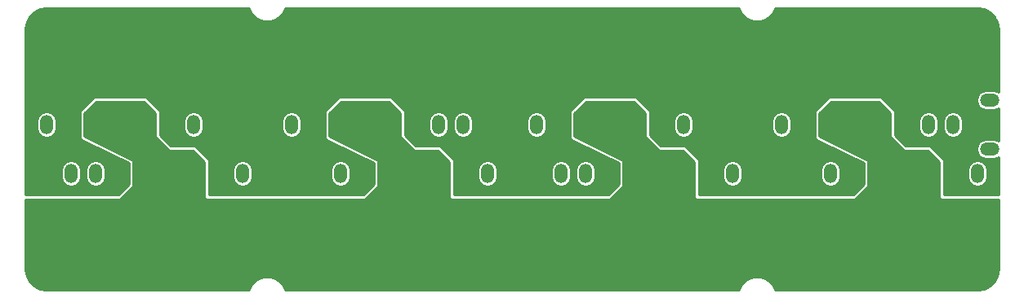
<source format=gbl>
G04 #@! TF.GenerationSoftware,KiCad,Pcbnew,5.0.2+dfsg1-1*
G04 #@! TF.CreationDate,2019-08-29T01:20:59+02:00*
G04 #@! TF.ProjectId,hexdump,68657864-756d-4702-9e6b-696361645f70,rev?*
G04 #@! TF.SameCoordinates,Original*
G04 #@! TF.FileFunction,Copper,L2,Bot*
G04 #@! TF.FilePolarity,Positive*
%FSLAX46Y46*%
G04 Gerber Fmt 4.6, Leading zero omitted, Abs format (unit mm)*
G04 Created by KiCad (PCBNEW 5.0.2+dfsg1-1) date Thu 29 Aug 2019 01:20:59 AM CEST*
%MOMM*%
%LPD*%
G01*
G04 APERTURE LIST*
G04 #@! TA.AperFunction,ComponentPad*
%ADD10O,2.000000X1.330000*%
G04 #@! TD*
G04 #@! TA.AperFunction,ComponentPad*
%ADD11O,1.330000X2.000000*%
G04 #@! TD*
G04 #@! TA.AperFunction,ViaPad*
%ADD12C,0.600000*%
G04 #@! TD*
G04 #@! TA.AperFunction,Conductor*
%ADD13C,0.250000*%
G04 #@! TD*
G04 #@! TA.AperFunction,Conductor*
%ADD14C,0.254000*%
G04 #@! TD*
G04 APERTURE END LIST*
D10*
G04 #@! TO.P,,2*
G04 #@! TO.N,/uart_rx1*
X-374650000Y-77470000D03*
G04 #@! TO.P,,1*
G04 #@! TO.N,/uart_rx0*
X-374650000Y-72390000D03*
G04 #@! TD*
D11*
G04 #@! TO.P,,9*
G04 #@! TO.N,GND*
X-452120000Y-74930000D03*
G04 #@! TO.P,,8*
X-454660000Y-74930000D03*
G04 #@! TO.P,,7*
G04 #@! TO.N,Net-(J1-Pad7)*
X-457200000Y-74930000D03*
G04 #@! TO.P,,6*
G04 #@! TO.N,GND*
X-459740000Y-74930000D03*
G04 #@! TO.P,,5*
G04 #@! TO.N,VCC*
X-462280000Y-74930000D03*
G04 #@! TO.P,,4*
X-464820000Y-74930000D03*
G04 #@! TO.P,,3*
X-467360000Y-74930000D03*
G04 #@! TO.P,,2*
G04 #@! TO.N,GND*
X-469900000Y-74930000D03*
G04 #@! TO.P,,1*
G04 #@! TO.N,/uart_rx0*
X-472440000Y-74930000D03*
G04 #@! TD*
G04 #@! TO.P,,1*
G04 #@! TO.N,/uart_rx0*
X-452120000Y-80010000D03*
G04 #@! TO.P,,2*
G04 #@! TO.N,GND*
X-454660000Y-80010000D03*
G04 #@! TO.P,,3*
G04 #@! TO.N,VCC*
X-457200000Y-80010000D03*
G04 #@! TO.P,,4*
X-459740000Y-80010000D03*
G04 #@! TO.P,,5*
X-462280000Y-80010000D03*
G04 #@! TO.P,,6*
G04 #@! TO.N,GND*
X-464820000Y-80010000D03*
G04 #@! TO.P,,7*
G04 #@! TO.N,Net-(J2-Pad7)*
X-467360000Y-80010000D03*
G04 #@! TO.P,,8*
G04 #@! TO.N,Net-(J2-Pad8)*
X-469900000Y-80010000D03*
G04 #@! TO.P,,9*
G04 #@! TO.N,GND*
X-472440000Y-80010000D03*
G04 #@! TD*
G04 #@! TO.P,,1*
G04 #@! TO.N,/uart_rx0*
X-447040000Y-74930000D03*
G04 #@! TO.P,,2*
G04 #@! TO.N,GND*
X-444500000Y-74930000D03*
G04 #@! TO.P,,3*
G04 #@! TO.N,VCC*
X-441960000Y-74930000D03*
G04 #@! TO.P,,4*
X-439420000Y-74930000D03*
G04 #@! TO.P,,5*
X-436880000Y-74930000D03*
G04 #@! TO.P,,6*
G04 #@! TO.N,GND*
X-434340000Y-74930000D03*
G04 #@! TO.P,,7*
G04 #@! TO.N,Net-(J3-Pad7)*
X-431800000Y-74930000D03*
G04 #@! TO.P,,8*
G04 #@! TO.N,Net-(J3-Pad8)*
X-429260000Y-74930000D03*
G04 #@! TO.P,,9*
G04 #@! TO.N,GND*
X-426720000Y-74930000D03*
G04 #@! TD*
G04 #@! TO.P,,9*
G04 #@! TO.N,GND*
X-447040000Y-80010000D03*
G04 #@! TO.P,,8*
X-444500000Y-80010000D03*
G04 #@! TO.P,,7*
G04 #@! TO.N,Net-(J4-Pad7)*
X-441960000Y-80010000D03*
G04 #@! TO.P,,6*
G04 #@! TO.N,GND*
X-439420000Y-80010000D03*
G04 #@! TO.P,,5*
G04 #@! TO.N,VCC*
X-436880000Y-80010000D03*
G04 #@! TO.P,,4*
X-434340000Y-80010000D03*
G04 #@! TO.P,,3*
X-431800000Y-80010000D03*
G04 #@! TO.P,,2*
G04 #@! TO.N,GND*
X-429260000Y-80010000D03*
G04 #@! TO.P,,1*
G04 #@! TO.N,/uart_rx0*
X-426720000Y-80010000D03*
G04 #@! TD*
G04 #@! TO.P,,1*
G04 #@! TO.N,/uart_rx1*
X-421640000Y-74930000D03*
G04 #@! TO.P,,2*
G04 #@! TO.N,GND*
X-419100000Y-74930000D03*
G04 #@! TO.P,,3*
G04 #@! TO.N,VCC*
X-416560000Y-74930000D03*
G04 #@! TO.P,,4*
X-414020000Y-74930000D03*
G04 #@! TO.P,,5*
X-411480000Y-74930000D03*
G04 #@! TO.P,,6*
G04 #@! TO.N,GND*
X-408940000Y-74930000D03*
G04 #@! TO.P,,7*
G04 #@! TO.N,Net-(J5-Pad7)*
X-406400000Y-74930000D03*
G04 #@! TO.P,,8*
G04 #@! TO.N,GND*
X-403860000Y-74930000D03*
G04 #@! TO.P,,9*
X-401320000Y-74930000D03*
G04 #@! TD*
G04 #@! TO.P,,1*
G04 #@! TO.N,/uart_rx1*
X-401320000Y-80010000D03*
G04 #@! TO.P,,2*
G04 #@! TO.N,GND*
X-403860000Y-80010000D03*
G04 #@! TO.P,,3*
G04 #@! TO.N,VCC*
X-406400000Y-80010000D03*
G04 #@! TO.P,,4*
X-408940000Y-80010000D03*
G04 #@! TO.P,,5*
X-411480000Y-80010000D03*
G04 #@! TO.P,,6*
G04 #@! TO.N,GND*
X-414020000Y-80010000D03*
G04 #@! TO.P,,7*
G04 #@! TO.N,Net-(J6-Pad7)*
X-416560000Y-80010000D03*
G04 #@! TO.P,,8*
G04 #@! TO.N,Net-(J6-Pad8)*
X-419100000Y-80010000D03*
G04 #@! TO.P,,9*
G04 #@! TO.N,GND*
X-421640000Y-80010000D03*
G04 #@! TD*
G04 #@! TO.P,,9*
G04 #@! TO.N,GND*
X-375920000Y-74930000D03*
G04 #@! TO.P,,8*
G04 #@! TO.N,Net-(J7-Pad8)*
X-378460000Y-74930000D03*
G04 #@! TO.P,,7*
G04 #@! TO.N,Net-(J7-Pad7)*
X-381000000Y-74930000D03*
G04 #@! TO.P,,6*
G04 #@! TO.N,GND*
X-383540000Y-74930000D03*
G04 #@! TO.P,,5*
G04 #@! TO.N,VCC*
X-386080000Y-74930000D03*
G04 #@! TO.P,,4*
X-388620000Y-74930000D03*
G04 #@! TO.P,,3*
X-391160000Y-74930000D03*
G04 #@! TO.P,,2*
G04 #@! TO.N,GND*
X-393700000Y-74930000D03*
G04 #@! TO.P,,1*
G04 #@! TO.N,/uart_rx1*
X-396240000Y-74930000D03*
G04 #@! TD*
G04 #@! TO.P,,1*
G04 #@! TO.N,/uart_rx1*
X-375920000Y-80010000D03*
G04 #@! TO.P,,2*
G04 #@! TO.N,GND*
X-378460000Y-80010000D03*
G04 #@! TO.P,,3*
G04 #@! TO.N,VCC*
X-381000000Y-80010000D03*
G04 #@! TO.P,,4*
X-383540000Y-80010000D03*
G04 #@! TO.P,,5*
X-386080000Y-80010000D03*
G04 #@! TO.P,,6*
G04 #@! TO.N,GND*
X-388620000Y-80010000D03*
G04 #@! TO.P,,7*
G04 #@! TO.N,Net-(J8-Pad7)*
X-391160000Y-80010000D03*
G04 #@! TO.P,,8*
G04 #@! TO.N,GND*
X-393700000Y-80010000D03*
G04 #@! TO.P,,9*
X-396240000Y-80010000D03*
G04 #@! TD*
D12*
G04 #@! TO.N,GND*
X-459740000Y-72390000D03*
X-457200000Y-72390000D03*
X-454660000Y-72390000D03*
X-447040000Y-77470000D03*
X-434340000Y-72390000D03*
X-431800000Y-72390000D03*
X-429260000Y-72390000D03*
X-396240000Y-77470000D03*
X-383540000Y-72390000D03*
X-381000000Y-72390000D03*
X-378460000Y-72390000D03*
X-403860000Y-72390000D03*
X-406400000Y-72390000D03*
X-408940000Y-72390000D03*
X-421640000Y-77470000D03*
X-465963000Y-63500000D03*
X-377063000Y-63500000D03*
X-390398000Y-63500000D03*
X-403733000Y-63500000D03*
X-414528000Y-63500000D03*
X-427228000Y-63500000D03*
X-438658000Y-63500000D03*
X-452628000Y-63500000D03*
G04 #@! TO.N,VCC*
X-386080000Y-77470000D03*
X-393700000Y-83820000D03*
X-391160000Y-83820000D03*
X-387350000Y-83820000D03*
X-389890000Y-76200000D03*
X-384810000Y-82550000D03*
X-382270000Y-82550000D03*
X-387350000Y-77470000D03*
X-383540000Y-82550000D03*
X-388620000Y-83820000D03*
X-389890000Y-83820000D03*
X-384810000Y-77470000D03*
X-386080000Y-82550000D03*
X-392430000Y-83820000D03*
X-438150000Y-83820000D03*
X-440690000Y-83820000D03*
X-440690000Y-76200000D03*
X-436880000Y-82550000D03*
X-435610000Y-77470000D03*
X-443230000Y-83820000D03*
X-438150000Y-77470000D03*
X-436880000Y-77470000D03*
X-434340000Y-82550000D03*
X-439420000Y-83820000D03*
X-441960000Y-83820000D03*
X-444500000Y-83820000D03*
X-433070000Y-82550000D03*
X-435610000Y-82550000D03*
X-463550000Y-77470000D03*
X-459740000Y-82550000D03*
X-463550000Y-83820000D03*
X-458470000Y-82550000D03*
X-461010000Y-82550000D03*
X-462280000Y-77470000D03*
X-464820000Y-83820000D03*
X-461010000Y-77470000D03*
X-466090000Y-76200000D03*
X-462280000Y-82550000D03*
X-468630000Y-83820000D03*
X-467360000Y-83820000D03*
X-469900000Y-83820000D03*
X-466090000Y-83820000D03*
X-412750000Y-83820000D03*
X-410210000Y-77470000D03*
X-414020000Y-83820000D03*
X-408940000Y-82550000D03*
X-417830000Y-83820000D03*
X-412750000Y-77470000D03*
X-415290000Y-76200000D03*
X-415290000Y-83820000D03*
X-419100000Y-83820000D03*
X-411480000Y-77470000D03*
X-407670000Y-82550000D03*
X-411480000Y-82550000D03*
X-416560000Y-83820000D03*
X-410210000Y-82550000D03*
G04 #@! TD*
D13*
G04 #@! TO.N,GND*
X-459740000Y-72390000D02*
X-457200000Y-72390000D01*
X-408940000Y-72390000D02*
X-406400000Y-72390000D01*
X-390398000Y-63500000D02*
X-377063000Y-63500000D01*
X-414528000Y-63500000D02*
X-403733000Y-63500000D01*
X-438658000Y-63500000D02*
X-427228000Y-63500000D01*
X-452628000Y-63500000D02*
X-465963000Y-63500000D01*
G04 #@! TD*
D14*
G04 #@! TO.N,VCC*
G36*
X-461137000Y-73712606D02*
X-461137000Y-76200000D01*
X-461127333Y-76248601D01*
X-461099803Y-76289803D01*
X-459829803Y-77559803D01*
X-459788601Y-77587333D01*
X-459740000Y-77597000D01*
X-457252606Y-77597000D01*
X-456057000Y-78792606D01*
X-456057000Y-82550000D01*
X-456047333Y-82598601D01*
X-456019803Y-82639803D01*
X-455978601Y-82667333D01*
X-455930000Y-82677000D01*
X-439420000Y-82677000D01*
X-439371399Y-82667333D01*
X-439330197Y-82639803D01*
X-438060197Y-81369803D01*
X-438032667Y-81328601D01*
X-438023000Y-81280000D01*
X-438023000Y-78740000D01*
X-438032667Y-78691399D01*
X-438060197Y-78650197D01*
X-438093204Y-78626408D01*
X-443103000Y-76121510D01*
X-443103000Y-73712606D01*
X-441907394Y-72517000D01*
X-436932606Y-72517000D01*
X-435737000Y-73712606D01*
X-435737000Y-76200000D01*
X-435727333Y-76248601D01*
X-435699803Y-76289803D01*
X-434429803Y-77559803D01*
X-434388601Y-77587333D01*
X-434340000Y-77597000D01*
X-431852606Y-77597000D01*
X-430657000Y-78792606D01*
X-430657000Y-82550000D01*
X-430647333Y-82598601D01*
X-430619803Y-82639803D01*
X-430578601Y-82667333D01*
X-430530000Y-82677000D01*
X-414020000Y-82677000D01*
X-413971399Y-82667333D01*
X-413930197Y-82639803D01*
X-412660197Y-81369803D01*
X-412632667Y-81328601D01*
X-412623000Y-81280000D01*
X-412623000Y-78740000D01*
X-412632667Y-78691399D01*
X-412660197Y-78650197D01*
X-412693204Y-78626408D01*
X-417703000Y-76121510D01*
X-417703000Y-73712606D01*
X-416507394Y-72517000D01*
X-411532606Y-72517000D01*
X-410337000Y-73712606D01*
X-410337000Y-76200000D01*
X-410327333Y-76248601D01*
X-410299803Y-76289803D01*
X-409029803Y-77559803D01*
X-408988601Y-77587333D01*
X-408940000Y-77597000D01*
X-406452606Y-77597000D01*
X-405257000Y-78792606D01*
X-405257000Y-82550000D01*
X-405247333Y-82598601D01*
X-405219803Y-82639803D01*
X-405178601Y-82667333D01*
X-405130000Y-82677000D01*
X-388620000Y-82677000D01*
X-388571399Y-82667333D01*
X-388530197Y-82639803D01*
X-387260197Y-81369803D01*
X-387232667Y-81328601D01*
X-387223000Y-81280000D01*
X-387223000Y-78740000D01*
X-387232667Y-78691399D01*
X-387260197Y-78650197D01*
X-387293204Y-78626408D01*
X-392303000Y-76121510D01*
X-392303000Y-73712606D01*
X-391107394Y-72517000D01*
X-386132606Y-72517000D01*
X-384937000Y-73712606D01*
X-384937000Y-76200000D01*
X-384927333Y-76248601D01*
X-384899803Y-76289803D01*
X-383629803Y-77559803D01*
X-383588601Y-77587333D01*
X-383540000Y-77597000D01*
X-381052606Y-77597000D01*
X-379857000Y-78792606D01*
X-379857000Y-82550000D01*
X-379847333Y-82598601D01*
X-379819803Y-82639803D01*
X-379778601Y-82667333D01*
X-379730000Y-82677000D01*
X-373752094Y-82677000D01*
X-373752094Y-89925570D01*
X-373755034Y-90042602D01*
X-373763396Y-90153278D01*
X-373777151Y-90262155D01*
X-373796153Y-90369132D01*
X-373820268Y-90474136D01*
X-373849363Y-90577051D01*
X-373883306Y-90677770D01*
X-373921961Y-90776162D01*
X-373965216Y-90872139D01*
X-374012916Y-90965528D01*
X-374064957Y-91056245D01*
X-374121199Y-91144138D01*
X-374181492Y-91229048D01*
X-374245735Y-91310881D01*
X-374313761Y-91389463D01*
X-374385442Y-91464662D01*
X-374460658Y-91536360D01*
X-374539245Y-91604391D01*
X-374621066Y-91668623D01*
X-374705985Y-91728922D01*
X-374793880Y-91785164D01*
X-374884584Y-91837198D01*
X-374977999Y-91884912D01*
X-375073954Y-91928156D01*
X-375172345Y-91966812D01*
X-375273060Y-92000753D01*
X-375375982Y-92029851D01*
X-375480973Y-92053963D01*
X-375587967Y-92072969D01*
X-375696841Y-92086723D01*
X-375807517Y-92095085D01*
X-375924549Y-92098025D01*
X-396907198Y-92098025D01*
X-396908064Y-92092595D01*
X-396917870Y-92066105D01*
X-396926476Y-92039189D01*
X-396930572Y-92031794D01*
X-396935855Y-92017523D01*
X-396937551Y-92009286D01*
X-396948554Y-91983218D01*
X-396958378Y-91956681D01*
X-396962780Y-91949516D01*
X-396968520Y-91935917D01*
X-396970573Y-91927800D01*
X-396982743Y-91902221D01*
X-396993762Y-91876116D01*
X-396998462Y-91869183D01*
X-397004627Y-91856225D01*
X-397007028Y-91848244D01*
X-397020344Y-91823192D01*
X-397032533Y-91797573D01*
X-397037513Y-91790890D01*
X-397044077Y-91778541D01*
X-397046816Y-91770710D01*
X-397061248Y-91746236D01*
X-397074581Y-91721152D01*
X-397079828Y-91714728D01*
X-397086771Y-91702954D01*
X-397089841Y-91695280D01*
X-397105359Y-91671433D01*
X-397119801Y-91646942D01*
X-397125304Y-91640782D01*
X-397132608Y-91629559D01*
X-397135995Y-91622062D01*
X-397152569Y-91598882D01*
X-397168096Y-91575022D01*
X-397173836Y-91569140D01*
X-397181492Y-91558433D01*
X-397185190Y-91551120D01*
X-397202761Y-91528688D01*
X-397219349Y-91505490D01*
X-397225330Y-91499877D01*
X-397233322Y-91489674D01*
X-397237323Y-91482550D01*
X-397255881Y-91460875D01*
X-397273475Y-91438414D01*
X-397279671Y-91433089D01*
X-397287999Y-91423362D01*
X-397292297Y-91416433D01*
X-397311799Y-91395564D01*
X-397330363Y-91373882D01*
X-397336768Y-91368845D01*
X-397345436Y-91359569D01*
X-397350018Y-91352852D01*
X-397370407Y-91332848D01*
X-397389919Y-91311969D01*
X-397396526Y-91307223D01*
X-397405528Y-91298392D01*
X-397410395Y-91291881D01*
X-397431649Y-91272765D01*
X-397452042Y-91252757D01*
X-397458840Y-91248308D01*
X-397468193Y-91239896D01*
X-397473335Y-91233605D01*
X-397495397Y-91215427D01*
X-397516642Y-91196319D01*
X-397523624Y-91192170D01*
X-397533329Y-91184174D01*
X-397538740Y-91178111D01*
X-397561569Y-91160907D01*
X-397583621Y-91142737D01*
X-397590778Y-91138894D01*
X-397600854Y-91131300D01*
X-397606530Y-91125470D01*
X-397630070Y-91109282D01*
X-397652882Y-91092090D01*
X-397660210Y-91088555D01*
X-397670671Y-91081361D01*
X-397676604Y-91075775D01*
X-397700810Y-91060635D01*
X-397724341Y-91044453D01*
X-397731830Y-91041233D01*
X-397742685Y-91034444D01*
X-397748871Y-91029108D01*
X-397773704Y-91015042D01*
X-397797891Y-90999914D01*
X-397805527Y-90997017D01*
X-397816804Y-90990630D01*
X-397823241Y-90985551D01*
X-397848642Y-90972596D01*
X-397873442Y-90958549D01*
X-397881224Y-90955979D01*
X-397892946Y-90950000D01*
X-397899622Y-90945193D01*
X-397925536Y-90933379D01*
X-397950902Y-90920442D01*
X-397958818Y-90918206D01*
X-397971005Y-90912650D01*
X-397977916Y-90908122D01*
X-398004299Y-90897472D01*
X-398030173Y-90885676D01*
X-398038211Y-90883782D01*
X-398050891Y-90878663D01*
X-398058022Y-90874430D01*
X-398084797Y-90864976D01*
X-398111153Y-90854337D01*
X-398119308Y-90852791D01*
X-398132494Y-90848136D01*
X-398139844Y-90844203D01*
X-398166995Y-90835954D01*
X-398193740Y-90826511D01*
X-398201987Y-90825323D01*
X-398215726Y-90821149D01*
X-398223274Y-90817534D01*
X-398250709Y-90810520D01*
X-398277832Y-90802280D01*
X-398286168Y-90801455D01*
X-398300464Y-90797801D01*
X-398308205Y-90794512D01*
X-398335901Y-90788742D01*
X-398363316Y-90781733D01*
X-398371715Y-90781280D01*
X-398386616Y-90778175D01*
X-398394536Y-90775224D01*
X-398422424Y-90770714D01*
X-398450086Y-90764951D01*
X-398458539Y-90764875D01*
X-398474061Y-90762364D01*
X-398482134Y-90759766D01*
X-398510164Y-90756527D01*
X-398538033Y-90752020D01*
X-398546512Y-90752326D01*
X-398562677Y-90750458D01*
X-398570893Y-90748219D01*
X-398599024Y-90746257D01*
X-398627023Y-90743021D01*
X-398635507Y-90743712D01*
X-398652350Y-90742537D01*
X-398660678Y-90740671D01*
X-398688851Y-90739992D01*
X-398716945Y-90738032D01*
X-398725406Y-90739110D01*
X-398743381Y-90738676D01*
X-398752226Y-90737135D01*
X-398779935Y-90737795D01*
X-398807662Y-90737126D01*
X-398816512Y-90738666D01*
X-398834502Y-90739094D01*
X-398842967Y-90738013D01*
X-398871060Y-90739964D01*
X-398899231Y-90740635D01*
X-398907564Y-90742500D01*
X-398924423Y-90743671D01*
X-398932909Y-90742977D01*
X-398960914Y-90746205D01*
X-398989040Y-90748159D01*
X-398997256Y-90750395D01*
X-399013445Y-90752261D01*
X-399021929Y-90751953D01*
X-399049795Y-90756451D01*
X-399077818Y-90759682D01*
X-399085895Y-90762279D01*
X-399101446Y-90764790D01*
X-399109891Y-90764864D01*
X-399137544Y-90770617D01*
X-399165448Y-90775122D01*
X-399173368Y-90778071D01*
X-399188281Y-90781173D01*
X-399196687Y-90781625D01*
X-399224109Y-90788628D01*
X-399251796Y-90794388D01*
X-399259538Y-90797675D01*
X-399273865Y-90801333D01*
X-399282193Y-90802155D01*
X-399309290Y-90810380D01*
X-399336754Y-90817393D01*
X-399344310Y-90821009D01*
X-399358060Y-90825183D01*
X-399366316Y-90826370D01*
X-399393069Y-90835809D01*
X-399420207Y-90844046D01*
X-399427560Y-90847978D01*
X-399440773Y-90852640D01*
X-399448926Y-90854183D01*
X-399475276Y-90864813D01*
X-399502061Y-90874263D01*
X-399509194Y-90878496D01*
X-399521891Y-90883618D01*
X-399529930Y-90885510D01*
X-399555802Y-90897298D01*
X-399582190Y-90907943D01*
X-399589104Y-90912471D01*
X-399601306Y-90918030D01*
X-399609221Y-90920264D01*
X-399634586Y-90933193D01*
X-399660508Y-90945004D01*
X-399667187Y-90949811D01*
X-399678923Y-90955793D01*
X-399686714Y-90958365D01*
X-399711526Y-90972413D01*
X-399736911Y-90985352D01*
X-399743349Y-90990429D01*
X-399754649Y-90996827D01*
X-399762286Y-90999722D01*
X-399786478Y-91014847D01*
X-399811313Y-91028907D01*
X-399817500Y-91034242D01*
X-399828377Y-91041041D01*
X-399835862Y-91044258D01*
X-399859376Y-91060422D01*
X-399883601Y-91075567D01*
X-399889541Y-91081157D01*
X-399900011Y-91088355D01*
X-399907347Y-91091892D01*
X-399930171Y-91109087D01*
X-399953700Y-91125261D01*
X-399959378Y-91131090D01*
X-399969470Y-91138694D01*
X-399976628Y-91142536D01*
X-399998689Y-91160706D01*
X-400021514Y-91177902D01*
X-400026924Y-91183962D01*
X-400036644Y-91191968D01*
X-400043633Y-91196119D01*
X-400064891Y-91215233D01*
X-400086943Y-91233396D01*
X-400092085Y-91239685D01*
X-400101456Y-91248110D01*
X-400108253Y-91252557D01*
X-400128650Y-91272562D01*
X-400149905Y-91291673D01*
X-400154772Y-91298181D01*
X-400163797Y-91307033D01*
X-400170404Y-91311777D01*
X-400189896Y-91332629D01*
X-400210304Y-91352645D01*
X-400214895Y-91359373D01*
X-400223569Y-91368653D01*
X-400229980Y-91373693D01*
X-400248560Y-91395388D01*
X-400268051Y-91416240D01*
X-400272347Y-91423165D01*
X-400280691Y-91432908D01*
X-400286889Y-91438233D01*
X-400304486Y-91460692D01*
X-400323044Y-91482362D01*
X-400327046Y-91489486D01*
X-400335055Y-91499708D01*
X-400341032Y-91505316D01*
X-400357611Y-91528496D01*
X-400375196Y-91550940D01*
X-400378897Y-91558257D01*
X-400386558Y-91568969D01*
X-400392304Y-91574855D01*
X-400407840Y-91598724D01*
X-400424408Y-91621889D01*
X-400427796Y-91629384D01*
X-400435111Y-91640624D01*
X-400440617Y-91646785D01*
X-400455061Y-91671274D01*
X-400470580Y-91695117D01*
X-400473651Y-91702793D01*
X-400480607Y-91714585D01*
X-400485858Y-91721013D01*
X-400499194Y-91746098D01*
X-400513622Y-91770560D01*
X-400516362Y-91778392D01*
X-400522936Y-91790759D01*
X-400527918Y-91797442D01*
X-400540112Y-91823066D01*
X-400553427Y-91848112D01*
X-400555828Y-91856091D01*
X-400562006Y-91869073D01*
X-400566705Y-91876004D01*
X-400577718Y-91902090D01*
X-400589895Y-91927679D01*
X-400591951Y-91935804D01*
X-400597696Y-91949413D01*
X-400602102Y-91956584D01*
X-400611931Y-91983132D01*
X-400622930Y-92009185D01*
X-400624626Y-92017420D01*
X-400629918Y-92031712D01*
X-400634015Y-92039109D01*
X-400642622Y-92066025D01*
X-400652428Y-92092511D01*
X-400653308Y-92098025D01*
X-447707197Y-92098025D01*
X-447708063Y-92092599D01*
X-447717872Y-92066102D01*
X-447726478Y-92039185D01*
X-447730571Y-92031795D01*
X-447735854Y-92017525D01*
X-447737550Y-92009286D01*
X-447748552Y-91983221D01*
X-447758375Y-91956685D01*
X-447762778Y-91949517D01*
X-447768519Y-91935917D01*
X-447770572Y-91927800D01*
X-447782742Y-91902221D01*
X-447793761Y-91876116D01*
X-447798461Y-91869183D01*
X-447804627Y-91856223D01*
X-447807029Y-91848239D01*
X-447820346Y-91823185D01*
X-447832532Y-91797573D01*
X-447837512Y-91790890D01*
X-447844079Y-91778537D01*
X-447846816Y-91770710D01*
X-447861244Y-91746243D01*
X-447874583Y-91721148D01*
X-447879831Y-91714723D01*
X-447886771Y-91702954D01*
X-447889841Y-91695280D01*
X-447905359Y-91671433D01*
X-447919801Y-91646942D01*
X-447925304Y-91640782D01*
X-447932608Y-91629559D01*
X-447935995Y-91622062D01*
X-447952569Y-91598882D01*
X-447968096Y-91575022D01*
X-447973836Y-91569140D01*
X-447981492Y-91558433D01*
X-447985190Y-91551120D01*
X-448002761Y-91528688D01*
X-448019349Y-91505490D01*
X-448025330Y-91499877D01*
X-448033322Y-91489674D01*
X-448037323Y-91482550D01*
X-448055881Y-91460875D01*
X-448073475Y-91438414D01*
X-448079671Y-91433089D01*
X-448087999Y-91423362D01*
X-448092297Y-91416433D01*
X-448111799Y-91395564D01*
X-448130363Y-91373882D01*
X-448136768Y-91368845D01*
X-448145436Y-91359569D01*
X-448150018Y-91352852D01*
X-448170407Y-91332848D01*
X-448189919Y-91311969D01*
X-448196526Y-91307223D01*
X-448205525Y-91298394D01*
X-448210392Y-91291884D01*
X-448231649Y-91272764D01*
X-448252042Y-91252757D01*
X-448258838Y-91248309D01*
X-448268192Y-91239896D01*
X-448273336Y-91233603D01*
X-448295392Y-91215431D01*
X-448316638Y-91196321D01*
X-448323625Y-91192169D01*
X-448333330Y-91184173D01*
X-448338740Y-91178111D01*
X-448361571Y-91160905D01*
X-448383624Y-91142735D01*
X-448390779Y-91138893D01*
X-448400854Y-91131300D01*
X-448406528Y-91125472D01*
X-448430064Y-91109286D01*
X-448452882Y-91092090D01*
X-448460210Y-91088555D01*
X-448470671Y-91081361D01*
X-448476605Y-91075774D01*
X-448500809Y-91060635D01*
X-448524337Y-91044455D01*
X-448531826Y-91041235D01*
X-448542687Y-91034442D01*
X-448548871Y-91029108D01*
X-448573692Y-91015049D01*
X-448597893Y-90999912D01*
X-448605533Y-90997014D01*
X-448616804Y-90990630D01*
X-448623241Y-90985551D01*
X-448648642Y-90972596D01*
X-448673442Y-90958549D01*
X-448681224Y-90955979D01*
X-448692945Y-90950001D01*
X-448699620Y-90945194D01*
X-448725536Y-90933379D01*
X-448750902Y-90920442D01*
X-448758817Y-90918206D01*
X-448771004Y-90912651D01*
X-448777917Y-90908121D01*
X-448804300Y-90897471D01*
X-448830170Y-90885677D01*
X-448838210Y-90883783D01*
X-448850891Y-90878664D01*
X-448858022Y-90874430D01*
X-448884808Y-90864972D01*
X-448911155Y-90854337D01*
X-448919306Y-90852792D01*
X-448932492Y-90848136D01*
X-448939843Y-90844203D01*
X-448966998Y-90835953D01*
X-448993740Y-90826511D01*
X-449001987Y-90825323D01*
X-449015720Y-90821151D01*
X-449023274Y-90817533D01*
X-449050730Y-90810514D01*
X-449077830Y-90802281D01*
X-449086161Y-90801457D01*
X-449100464Y-90797800D01*
X-449108204Y-90794512D01*
X-449135902Y-90788741D01*
X-449163317Y-90781733D01*
X-449171716Y-90781280D01*
X-449186612Y-90778176D01*
X-449194535Y-90775224D01*
X-449222436Y-90770712D01*
X-449250084Y-90764952D01*
X-449258532Y-90764875D01*
X-449274060Y-90762364D01*
X-449282133Y-90759766D01*
X-449310163Y-90756527D01*
X-449338032Y-90752020D01*
X-449346511Y-90752326D01*
X-449362676Y-90750458D01*
X-449370892Y-90748219D01*
X-449399023Y-90746257D01*
X-449427022Y-90743021D01*
X-449435506Y-90743712D01*
X-449452349Y-90742537D01*
X-449460677Y-90740671D01*
X-449488850Y-90739992D01*
X-449516944Y-90738032D01*
X-449525405Y-90739110D01*
X-449543380Y-90738676D01*
X-449552225Y-90737135D01*
X-449579934Y-90737795D01*
X-449607661Y-90737126D01*
X-449616511Y-90738666D01*
X-449634501Y-90739094D01*
X-449642966Y-90738013D01*
X-449671059Y-90739964D01*
X-449699230Y-90740635D01*
X-449707563Y-90742500D01*
X-449724422Y-90743671D01*
X-449732907Y-90742977D01*
X-449760912Y-90746205D01*
X-449789039Y-90748159D01*
X-449797255Y-90750395D01*
X-449813445Y-90752261D01*
X-449821929Y-90751953D01*
X-449849796Y-90756452D01*
X-449877818Y-90759682D01*
X-449885896Y-90762279D01*
X-449901446Y-90764790D01*
X-449909892Y-90764864D01*
X-449937547Y-90770618D01*
X-449965448Y-90775122D01*
X-449973368Y-90778070D01*
X-449988282Y-90781174D01*
X-449996686Y-90781625D01*
X-450024103Y-90788626D01*
X-450051796Y-90794388D01*
X-450059539Y-90797675D01*
X-450073860Y-90801332D01*
X-450082197Y-90802155D01*
X-450109309Y-90810385D01*
X-450136753Y-90817393D01*
X-450144308Y-90821009D01*
X-450158063Y-90825184D01*
X-450166310Y-90826370D01*
X-450193058Y-90835807D01*
X-450220211Y-90844049D01*
X-450227561Y-90847979D01*
X-450240768Y-90852639D01*
X-450248925Y-90854183D01*
X-450275278Y-90864814D01*
X-450302055Y-90874261D01*
X-450309190Y-90878494D01*
X-450321887Y-90883617D01*
X-450329927Y-90885509D01*
X-450355805Y-90897299D01*
X-450382189Y-90907943D01*
X-450389102Y-90912470D01*
X-450401310Y-90918032D01*
X-450409228Y-90920267D01*
X-450434585Y-90933193D01*
X-450460506Y-90945003D01*
X-450467188Y-90949813D01*
X-450478923Y-90955794D01*
X-450486708Y-90958364D01*
X-450511522Y-90972412D01*
X-450536916Y-90985357D01*
X-450543351Y-90990432D01*
X-450554645Y-90996826D01*
X-450562289Y-90999724D01*
X-450586486Y-91014852D01*
X-450611308Y-91028905D01*
X-450617497Y-91034241D01*
X-450628376Y-91041042D01*
X-450635861Y-91044259D01*
X-450659385Y-91060429D01*
X-450683603Y-91075571D01*
X-450689539Y-91081158D01*
X-450700012Y-91088357D01*
X-450707341Y-91091891D01*
X-450730154Y-91109077D01*
X-450753699Y-91125262D01*
X-450759377Y-91131092D01*
X-450769469Y-91138694D01*
X-450776631Y-91142539D01*
X-450798686Y-91160705D01*
X-450821510Y-91177899D01*
X-450826924Y-91183963D01*
X-450836645Y-91191970D01*
X-450843632Y-91196120D01*
X-450864892Y-91215236D01*
X-450886945Y-91233400D01*
X-450892086Y-91239687D01*
X-450901455Y-91248111D01*
X-450908252Y-91252558D01*
X-450928649Y-91272563D01*
X-450949904Y-91291674D01*
X-450954771Y-91298182D01*
X-450963791Y-91307028D01*
X-450970401Y-91311775D01*
X-450989904Y-91332640D01*
X-451010303Y-91352646D01*
X-451014892Y-91359371D01*
X-451023567Y-91368652D01*
X-451029979Y-91373693D01*
X-451048561Y-91395391D01*
X-451068047Y-91416237D01*
X-451072343Y-91423161D01*
X-451080690Y-91432908D01*
X-451086888Y-91438233D01*
X-451104485Y-91460692D01*
X-451123043Y-91482362D01*
X-451127045Y-91489486D01*
X-451135054Y-91499708D01*
X-451141031Y-91505316D01*
X-451157610Y-91528496D01*
X-451175195Y-91550940D01*
X-451178896Y-91558257D01*
X-451186560Y-91568972D01*
X-451192305Y-91574858D01*
X-451207836Y-91598720D01*
X-451224407Y-91621889D01*
X-451227796Y-91629387D01*
X-451235112Y-91640627D01*
X-451240618Y-91646789D01*
X-451255067Y-91671287D01*
X-451270580Y-91695121D01*
X-451273650Y-91702793D01*
X-451280603Y-91714582D01*
X-451285853Y-91721008D01*
X-451299191Y-91746097D01*
X-451313621Y-91770562D01*
X-451316360Y-91778392D01*
X-451322938Y-91790763D01*
X-451327919Y-91797447D01*
X-451340107Y-91823058D01*
X-451353424Y-91848108D01*
X-451355826Y-91856092D01*
X-451362003Y-91869071D01*
X-451366701Y-91876000D01*
X-451377718Y-91902096D01*
X-451389895Y-91927684D01*
X-451391949Y-91935803D01*
X-451397696Y-91949416D01*
X-451402104Y-91956590D01*
X-451411928Y-91983126D01*
X-451422928Y-92009180D01*
X-451424626Y-92017422D01*
X-451429917Y-92031713D01*
X-451434010Y-92039103D01*
X-451442617Y-92066019D01*
X-451452428Y-92092518D01*
X-451453307Y-92098025D01*
X-472435452Y-92098025D01*
X-472552484Y-92095085D01*
X-472663160Y-92086723D01*
X-472772037Y-92072968D01*
X-472879014Y-92053966D01*
X-472984018Y-92029851D01*
X-473086933Y-92000756D01*
X-473187652Y-91966813D01*
X-473286042Y-91928159D01*
X-473382018Y-91884906D01*
X-473475406Y-91837205D01*
X-473566127Y-91785162D01*
X-473654018Y-91728921D01*
X-473738937Y-91668622D01*
X-473820761Y-91604387D01*
X-473899351Y-91536353D01*
X-473974548Y-91464674D01*
X-474046243Y-91389461D01*
X-474114268Y-91310880D01*
X-474178507Y-91229051D01*
X-474238804Y-91144134D01*
X-474295050Y-91056233D01*
X-474347086Y-90965526D01*
X-474394785Y-90872139D01*
X-474438033Y-90776177D01*
X-474476696Y-90677771D01*
X-474510638Y-90577053D01*
X-474539732Y-90474139D01*
X-474563845Y-90369146D01*
X-474582851Y-90262152D01*
X-474596605Y-90153273D01*
X-474604968Y-90042612D01*
X-474607907Y-89925581D01*
X-474607907Y-82677000D01*
X-464820000Y-82677000D01*
X-464771399Y-82667333D01*
X-464730197Y-82639803D01*
X-463460197Y-81369803D01*
X-463432667Y-81328601D01*
X-463423000Y-81280000D01*
X-463423000Y-78740000D01*
X-463432667Y-78691399D01*
X-463460197Y-78650197D01*
X-463493204Y-78626408D01*
X-468503000Y-76121510D01*
X-468503000Y-73712606D01*
X-467307394Y-72517000D01*
X-462332606Y-72517000D01*
X-461137000Y-73712606D01*
X-461137000Y-73712606D01*
G37*
X-461137000Y-73712606D02*
X-461137000Y-76200000D01*
X-461127333Y-76248601D01*
X-461099803Y-76289803D01*
X-459829803Y-77559803D01*
X-459788601Y-77587333D01*
X-459740000Y-77597000D01*
X-457252606Y-77597000D01*
X-456057000Y-78792606D01*
X-456057000Y-82550000D01*
X-456047333Y-82598601D01*
X-456019803Y-82639803D01*
X-455978601Y-82667333D01*
X-455930000Y-82677000D01*
X-439420000Y-82677000D01*
X-439371399Y-82667333D01*
X-439330197Y-82639803D01*
X-438060197Y-81369803D01*
X-438032667Y-81328601D01*
X-438023000Y-81280000D01*
X-438023000Y-78740000D01*
X-438032667Y-78691399D01*
X-438060197Y-78650197D01*
X-438093204Y-78626408D01*
X-443103000Y-76121510D01*
X-443103000Y-73712606D01*
X-441907394Y-72517000D01*
X-436932606Y-72517000D01*
X-435737000Y-73712606D01*
X-435737000Y-76200000D01*
X-435727333Y-76248601D01*
X-435699803Y-76289803D01*
X-434429803Y-77559803D01*
X-434388601Y-77587333D01*
X-434340000Y-77597000D01*
X-431852606Y-77597000D01*
X-430657000Y-78792606D01*
X-430657000Y-82550000D01*
X-430647333Y-82598601D01*
X-430619803Y-82639803D01*
X-430578601Y-82667333D01*
X-430530000Y-82677000D01*
X-414020000Y-82677000D01*
X-413971399Y-82667333D01*
X-413930197Y-82639803D01*
X-412660197Y-81369803D01*
X-412632667Y-81328601D01*
X-412623000Y-81280000D01*
X-412623000Y-78740000D01*
X-412632667Y-78691399D01*
X-412660197Y-78650197D01*
X-412693204Y-78626408D01*
X-417703000Y-76121510D01*
X-417703000Y-73712606D01*
X-416507394Y-72517000D01*
X-411532606Y-72517000D01*
X-410337000Y-73712606D01*
X-410337000Y-76200000D01*
X-410327333Y-76248601D01*
X-410299803Y-76289803D01*
X-409029803Y-77559803D01*
X-408988601Y-77587333D01*
X-408940000Y-77597000D01*
X-406452606Y-77597000D01*
X-405257000Y-78792606D01*
X-405257000Y-82550000D01*
X-405247333Y-82598601D01*
X-405219803Y-82639803D01*
X-405178601Y-82667333D01*
X-405130000Y-82677000D01*
X-388620000Y-82677000D01*
X-388571399Y-82667333D01*
X-388530197Y-82639803D01*
X-387260197Y-81369803D01*
X-387232667Y-81328601D01*
X-387223000Y-81280000D01*
X-387223000Y-78740000D01*
X-387232667Y-78691399D01*
X-387260197Y-78650197D01*
X-387293204Y-78626408D01*
X-392303000Y-76121510D01*
X-392303000Y-73712606D01*
X-391107394Y-72517000D01*
X-386132606Y-72517000D01*
X-384937000Y-73712606D01*
X-384937000Y-76200000D01*
X-384927333Y-76248601D01*
X-384899803Y-76289803D01*
X-383629803Y-77559803D01*
X-383588601Y-77587333D01*
X-383540000Y-77597000D01*
X-381052606Y-77597000D01*
X-379857000Y-78792606D01*
X-379857000Y-82550000D01*
X-379847333Y-82598601D01*
X-379819803Y-82639803D01*
X-379778601Y-82667333D01*
X-379730000Y-82677000D01*
X-373752094Y-82677000D01*
X-373752094Y-89925570D01*
X-373755034Y-90042602D01*
X-373763396Y-90153278D01*
X-373777151Y-90262155D01*
X-373796153Y-90369132D01*
X-373820268Y-90474136D01*
X-373849363Y-90577051D01*
X-373883306Y-90677770D01*
X-373921961Y-90776162D01*
X-373965216Y-90872139D01*
X-374012916Y-90965528D01*
X-374064957Y-91056245D01*
X-374121199Y-91144138D01*
X-374181492Y-91229048D01*
X-374245735Y-91310881D01*
X-374313761Y-91389463D01*
X-374385442Y-91464662D01*
X-374460658Y-91536360D01*
X-374539245Y-91604391D01*
X-374621066Y-91668623D01*
X-374705985Y-91728922D01*
X-374793880Y-91785164D01*
X-374884584Y-91837198D01*
X-374977999Y-91884912D01*
X-375073954Y-91928156D01*
X-375172345Y-91966812D01*
X-375273060Y-92000753D01*
X-375375982Y-92029851D01*
X-375480973Y-92053963D01*
X-375587967Y-92072969D01*
X-375696841Y-92086723D01*
X-375807517Y-92095085D01*
X-375924549Y-92098025D01*
X-396907198Y-92098025D01*
X-396908064Y-92092595D01*
X-396917870Y-92066105D01*
X-396926476Y-92039189D01*
X-396930572Y-92031794D01*
X-396935855Y-92017523D01*
X-396937551Y-92009286D01*
X-396948554Y-91983218D01*
X-396958378Y-91956681D01*
X-396962780Y-91949516D01*
X-396968520Y-91935917D01*
X-396970573Y-91927800D01*
X-396982743Y-91902221D01*
X-396993762Y-91876116D01*
X-396998462Y-91869183D01*
X-397004627Y-91856225D01*
X-397007028Y-91848244D01*
X-397020344Y-91823192D01*
X-397032533Y-91797573D01*
X-397037513Y-91790890D01*
X-397044077Y-91778541D01*
X-397046816Y-91770710D01*
X-397061248Y-91746236D01*
X-397074581Y-91721152D01*
X-397079828Y-91714728D01*
X-397086771Y-91702954D01*
X-397089841Y-91695280D01*
X-397105359Y-91671433D01*
X-397119801Y-91646942D01*
X-397125304Y-91640782D01*
X-397132608Y-91629559D01*
X-397135995Y-91622062D01*
X-397152569Y-91598882D01*
X-397168096Y-91575022D01*
X-397173836Y-91569140D01*
X-397181492Y-91558433D01*
X-397185190Y-91551120D01*
X-397202761Y-91528688D01*
X-397219349Y-91505490D01*
X-397225330Y-91499877D01*
X-397233322Y-91489674D01*
X-397237323Y-91482550D01*
X-397255881Y-91460875D01*
X-397273475Y-91438414D01*
X-397279671Y-91433089D01*
X-397287999Y-91423362D01*
X-397292297Y-91416433D01*
X-397311799Y-91395564D01*
X-397330363Y-91373882D01*
X-397336768Y-91368845D01*
X-397345436Y-91359569D01*
X-397350018Y-91352852D01*
X-397370407Y-91332848D01*
X-397389919Y-91311969D01*
X-397396526Y-91307223D01*
X-397405528Y-91298392D01*
X-397410395Y-91291881D01*
X-397431649Y-91272765D01*
X-397452042Y-91252757D01*
X-397458840Y-91248308D01*
X-397468193Y-91239896D01*
X-397473335Y-91233605D01*
X-397495397Y-91215427D01*
X-397516642Y-91196319D01*
X-397523624Y-91192170D01*
X-397533329Y-91184174D01*
X-397538740Y-91178111D01*
X-397561569Y-91160907D01*
X-397583621Y-91142737D01*
X-397590778Y-91138894D01*
X-397600854Y-91131300D01*
X-397606530Y-91125470D01*
X-397630070Y-91109282D01*
X-397652882Y-91092090D01*
X-397660210Y-91088555D01*
X-397670671Y-91081361D01*
X-397676604Y-91075775D01*
X-397700810Y-91060635D01*
X-397724341Y-91044453D01*
X-397731830Y-91041233D01*
X-397742685Y-91034444D01*
X-397748871Y-91029108D01*
X-397773704Y-91015042D01*
X-397797891Y-90999914D01*
X-397805527Y-90997017D01*
X-397816804Y-90990630D01*
X-397823241Y-90985551D01*
X-397848642Y-90972596D01*
X-397873442Y-90958549D01*
X-397881224Y-90955979D01*
X-397892946Y-90950000D01*
X-397899622Y-90945193D01*
X-397925536Y-90933379D01*
X-397950902Y-90920442D01*
X-397958818Y-90918206D01*
X-397971005Y-90912650D01*
X-397977916Y-90908122D01*
X-398004299Y-90897472D01*
X-398030173Y-90885676D01*
X-398038211Y-90883782D01*
X-398050891Y-90878663D01*
X-398058022Y-90874430D01*
X-398084797Y-90864976D01*
X-398111153Y-90854337D01*
X-398119308Y-90852791D01*
X-398132494Y-90848136D01*
X-398139844Y-90844203D01*
X-398166995Y-90835954D01*
X-398193740Y-90826511D01*
X-398201987Y-90825323D01*
X-398215726Y-90821149D01*
X-398223274Y-90817534D01*
X-398250709Y-90810520D01*
X-398277832Y-90802280D01*
X-398286168Y-90801455D01*
X-398300464Y-90797801D01*
X-398308205Y-90794512D01*
X-398335901Y-90788742D01*
X-398363316Y-90781733D01*
X-398371715Y-90781280D01*
X-398386616Y-90778175D01*
X-398394536Y-90775224D01*
X-398422424Y-90770714D01*
X-398450086Y-90764951D01*
X-398458539Y-90764875D01*
X-398474061Y-90762364D01*
X-398482134Y-90759766D01*
X-398510164Y-90756527D01*
X-398538033Y-90752020D01*
X-398546512Y-90752326D01*
X-398562677Y-90750458D01*
X-398570893Y-90748219D01*
X-398599024Y-90746257D01*
X-398627023Y-90743021D01*
X-398635507Y-90743712D01*
X-398652350Y-90742537D01*
X-398660678Y-90740671D01*
X-398688851Y-90739992D01*
X-398716945Y-90738032D01*
X-398725406Y-90739110D01*
X-398743381Y-90738676D01*
X-398752226Y-90737135D01*
X-398779935Y-90737795D01*
X-398807662Y-90737126D01*
X-398816512Y-90738666D01*
X-398834502Y-90739094D01*
X-398842967Y-90738013D01*
X-398871060Y-90739964D01*
X-398899231Y-90740635D01*
X-398907564Y-90742500D01*
X-398924423Y-90743671D01*
X-398932909Y-90742977D01*
X-398960914Y-90746205D01*
X-398989040Y-90748159D01*
X-398997256Y-90750395D01*
X-399013445Y-90752261D01*
X-399021929Y-90751953D01*
X-399049795Y-90756451D01*
X-399077818Y-90759682D01*
X-399085895Y-90762279D01*
X-399101446Y-90764790D01*
X-399109891Y-90764864D01*
X-399137544Y-90770617D01*
X-399165448Y-90775122D01*
X-399173368Y-90778071D01*
X-399188281Y-90781173D01*
X-399196687Y-90781625D01*
X-399224109Y-90788628D01*
X-399251796Y-90794388D01*
X-399259538Y-90797675D01*
X-399273865Y-90801333D01*
X-399282193Y-90802155D01*
X-399309290Y-90810380D01*
X-399336754Y-90817393D01*
X-399344310Y-90821009D01*
X-399358060Y-90825183D01*
X-399366316Y-90826370D01*
X-399393069Y-90835809D01*
X-399420207Y-90844046D01*
X-399427560Y-90847978D01*
X-399440773Y-90852640D01*
X-399448926Y-90854183D01*
X-399475276Y-90864813D01*
X-399502061Y-90874263D01*
X-399509194Y-90878496D01*
X-399521891Y-90883618D01*
X-399529930Y-90885510D01*
X-399555802Y-90897298D01*
X-399582190Y-90907943D01*
X-399589104Y-90912471D01*
X-399601306Y-90918030D01*
X-399609221Y-90920264D01*
X-399634586Y-90933193D01*
X-399660508Y-90945004D01*
X-399667187Y-90949811D01*
X-399678923Y-90955793D01*
X-399686714Y-90958365D01*
X-399711526Y-90972413D01*
X-399736911Y-90985352D01*
X-399743349Y-90990429D01*
X-399754649Y-90996827D01*
X-399762286Y-90999722D01*
X-399786478Y-91014847D01*
X-399811313Y-91028907D01*
X-399817500Y-91034242D01*
X-399828377Y-91041041D01*
X-399835862Y-91044258D01*
X-399859376Y-91060422D01*
X-399883601Y-91075567D01*
X-399889541Y-91081157D01*
X-399900011Y-91088355D01*
X-399907347Y-91091892D01*
X-399930171Y-91109087D01*
X-399953700Y-91125261D01*
X-399959378Y-91131090D01*
X-399969470Y-91138694D01*
X-399976628Y-91142536D01*
X-399998689Y-91160706D01*
X-400021514Y-91177902D01*
X-400026924Y-91183962D01*
X-400036644Y-91191968D01*
X-400043633Y-91196119D01*
X-400064891Y-91215233D01*
X-400086943Y-91233396D01*
X-400092085Y-91239685D01*
X-400101456Y-91248110D01*
X-400108253Y-91252557D01*
X-400128650Y-91272562D01*
X-400149905Y-91291673D01*
X-400154772Y-91298181D01*
X-400163797Y-91307033D01*
X-400170404Y-91311777D01*
X-400189896Y-91332629D01*
X-400210304Y-91352645D01*
X-400214895Y-91359373D01*
X-400223569Y-91368653D01*
X-400229980Y-91373693D01*
X-400248560Y-91395388D01*
X-400268051Y-91416240D01*
X-400272347Y-91423165D01*
X-400280691Y-91432908D01*
X-400286889Y-91438233D01*
X-400304486Y-91460692D01*
X-400323044Y-91482362D01*
X-400327046Y-91489486D01*
X-400335055Y-91499708D01*
X-400341032Y-91505316D01*
X-400357611Y-91528496D01*
X-400375196Y-91550940D01*
X-400378897Y-91558257D01*
X-400386558Y-91568969D01*
X-400392304Y-91574855D01*
X-400407840Y-91598724D01*
X-400424408Y-91621889D01*
X-400427796Y-91629384D01*
X-400435111Y-91640624D01*
X-400440617Y-91646785D01*
X-400455061Y-91671274D01*
X-400470580Y-91695117D01*
X-400473651Y-91702793D01*
X-400480607Y-91714585D01*
X-400485858Y-91721013D01*
X-400499194Y-91746098D01*
X-400513622Y-91770560D01*
X-400516362Y-91778392D01*
X-400522936Y-91790759D01*
X-400527918Y-91797442D01*
X-400540112Y-91823066D01*
X-400553427Y-91848112D01*
X-400555828Y-91856091D01*
X-400562006Y-91869073D01*
X-400566705Y-91876004D01*
X-400577718Y-91902090D01*
X-400589895Y-91927679D01*
X-400591951Y-91935804D01*
X-400597696Y-91949413D01*
X-400602102Y-91956584D01*
X-400611931Y-91983132D01*
X-400622930Y-92009185D01*
X-400624626Y-92017420D01*
X-400629918Y-92031712D01*
X-400634015Y-92039109D01*
X-400642622Y-92066025D01*
X-400652428Y-92092511D01*
X-400653308Y-92098025D01*
X-447707197Y-92098025D01*
X-447708063Y-92092599D01*
X-447717872Y-92066102D01*
X-447726478Y-92039185D01*
X-447730571Y-92031795D01*
X-447735854Y-92017525D01*
X-447737550Y-92009286D01*
X-447748552Y-91983221D01*
X-447758375Y-91956685D01*
X-447762778Y-91949517D01*
X-447768519Y-91935917D01*
X-447770572Y-91927800D01*
X-447782742Y-91902221D01*
X-447793761Y-91876116D01*
X-447798461Y-91869183D01*
X-447804627Y-91856223D01*
X-447807029Y-91848239D01*
X-447820346Y-91823185D01*
X-447832532Y-91797573D01*
X-447837512Y-91790890D01*
X-447844079Y-91778537D01*
X-447846816Y-91770710D01*
X-447861244Y-91746243D01*
X-447874583Y-91721148D01*
X-447879831Y-91714723D01*
X-447886771Y-91702954D01*
X-447889841Y-91695280D01*
X-447905359Y-91671433D01*
X-447919801Y-91646942D01*
X-447925304Y-91640782D01*
X-447932608Y-91629559D01*
X-447935995Y-91622062D01*
X-447952569Y-91598882D01*
X-447968096Y-91575022D01*
X-447973836Y-91569140D01*
X-447981492Y-91558433D01*
X-447985190Y-91551120D01*
X-448002761Y-91528688D01*
X-448019349Y-91505490D01*
X-448025330Y-91499877D01*
X-448033322Y-91489674D01*
X-448037323Y-91482550D01*
X-448055881Y-91460875D01*
X-448073475Y-91438414D01*
X-448079671Y-91433089D01*
X-448087999Y-91423362D01*
X-448092297Y-91416433D01*
X-448111799Y-91395564D01*
X-448130363Y-91373882D01*
X-448136768Y-91368845D01*
X-448145436Y-91359569D01*
X-448150018Y-91352852D01*
X-448170407Y-91332848D01*
X-448189919Y-91311969D01*
X-448196526Y-91307223D01*
X-448205525Y-91298394D01*
X-448210392Y-91291884D01*
X-448231649Y-91272764D01*
X-448252042Y-91252757D01*
X-448258838Y-91248309D01*
X-448268192Y-91239896D01*
X-448273336Y-91233603D01*
X-448295392Y-91215431D01*
X-448316638Y-91196321D01*
X-448323625Y-91192169D01*
X-448333330Y-91184173D01*
X-448338740Y-91178111D01*
X-448361571Y-91160905D01*
X-448383624Y-91142735D01*
X-448390779Y-91138893D01*
X-448400854Y-91131300D01*
X-448406528Y-91125472D01*
X-448430064Y-91109286D01*
X-448452882Y-91092090D01*
X-448460210Y-91088555D01*
X-448470671Y-91081361D01*
X-448476605Y-91075774D01*
X-448500809Y-91060635D01*
X-448524337Y-91044455D01*
X-448531826Y-91041235D01*
X-448542687Y-91034442D01*
X-448548871Y-91029108D01*
X-448573692Y-91015049D01*
X-448597893Y-90999912D01*
X-448605533Y-90997014D01*
X-448616804Y-90990630D01*
X-448623241Y-90985551D01*
X-448648642Y-90972596D01*
X-448673442Y-90958549D01*
X-448681224Y-90955979D01*
X-448692945Y-90950001D01*
X-448699620Y-90945194D01*
X-448725536Y-90933379D01*
X-448750902Y-90920442D01*
X-448758817Y-90918206D01*
X-448771004Y-90912651D01*
X-448777917Y-90908121D01*
X-448804300Y-90897471D01*
X-448830170Y-90885677D01*
X-448838210Y-90883783D01*
X-448850891Y-90878664D01*
X-448858022Y-90874430D01*
X-448884808Y-90864972D01*
X-448911155Y-90854337D01*
X-448919306Y-90852792D01*
X-448932492Y-90848136D01*
X-448939843Y-90844203D01*
X-448966998Y-90835953D01*
X-448993740Y-90826511D01*
X-449001987Y-90825323D01*
X-449015720Y-90821151D01*
X-449023274Y-90817533D01*
X-449050730Y-90810514D01*
X-449077830Y-90802281D01*
X-449086161Y-90801457D01*
X-449100464Y-90797800D01*
X-449108204Y-90794512D01*
X-449135902Y-90788741D01*
X-449163317Y-90781733D01*
X-449171716Y-90781280D01*
X-449186612Y-90778176D01*
X-449194535Y-90775224D01*
X-449222436Y-90770712D01*
X-449250084Y-90764952D01*
X-449258532Y-90764875D01*
X-449274060Y-90762364D01*
X-449282133Y-90759766D01*
X-449310163Y-90756527D01*
X-449338032Y-90752020D01*
X-449346511Y-90752326D01*
X-449362676Y-90750458D01*
X-449370892Y-90748219D01*
X-449399023Y-90746257D01*
X-449427022Y-90743021D01*
X-449435506Y-90743712D01*
X-449452349Y-90742537D01*
X-449460677Y-90740671D01*
X-449488850Y-90739992D01*
X-449516944Y-90738032D01*
X-449525405Y-90739110D01*
X-449543380Y-90738676D01*
X-449552225Y-90737135D01*
X-449579934Y-90737795D01*
X-449607661Y-90737126D01*
X-449616511Y-90738666D01*
X-449634501Y-90739094D01*
X-449642966Y-90738013D01*
X-449671059Y-90739964D01*
X-449699230Y-90740635D01*
X-449707563Y-90742500D01*
X-449724422Y-90743671D01*
X-449732907Y-90742977D01*
X-449760912Y-90746205D01*
X-449789039Y-90748159D01*
X-449797255Y-90750395D01*
X-449813445Y-90752261D01*
X-449821929Y-90751953D01*
X-449849796Y-90756452D01*
X-449877818Y-90759682D01*
X-449885896Y-90762279D01*
X-449901446Y-90764790D01*
X-449909892Y-90764864D01*
X-449937547Y-90770618D01*
X-449965448Y-90775122D01*
X-449973368Y-90778070D01*
X-449988282Y-90781174D01*
X-449996686Y-90781625D01*
X-450024103Y-90788626D01*
X-450051796Y-90794388D01*
X-450059539Y-90797675D01*
X-450073860Y-90801332D01*
X-450082197Y-90802155D01*
X-450109309Y-90810385D01*
X-450136753Y-90817393D01*
X-450144308Y-90821009D01*
X-450158063Y-90825184D01*
X-450166310Y-90826370D01*
X-450193058Y-90835807D01*
X-450220211Y-90844049D01*
X-450227561Y-90847979D01*
X-450240768Y-90852639D01*
X-450248925Y-90854183D01*
X-450275278Y-90864814D01*
X-450302055Y-90874261D01*
X-450309190Y-90878494D01*
X-450321887Y-90883617D01*
X-450329927Y-90885509D01*
X-450355805Y-90897299D01*
X-450382189Y-90907943D01*
X-450389102Y-90912470D01*
X-450401310Y-90918032D01*
X-450409228Y-90920267D01*
X-450434585Y-90933193D01*
X-450460506Y-90945003D01*
X-450467188Y-90949813D01*
X-450478923Y-90955794D01*
X-450486708Y-90958364D01*
X-450511522Y-90972412D01*
X-450536916Y-90985357D01*
X-450543351Y-90990432D01*
X-450554645Y-90996826D01*
X-450562289Y-90999724D01*
X-450586486Y-91014852D01*
X-450611308Y-91028905D01*
X-450617497Y-91034241D01*
X-450628376Y-91041042D01*
X-450635861Y-91044259D01*
X-450659385Y-91060429D01*
X-450683603Y-91075571D01*
X-450689539Y-91081158D01*
X-450700012Y-91088357D01*
X-450707341Y-91091891D01*
X-450730154Y-91109077D01*
X-450753699Y-91125262D01*
X-450759377Y-91131092D01*
X-450769469Y-91138694D01*
X-450776631Y-91142539D01*
X-450798686Y-91160705D01*
X-450821510Y-91177899D01*
X-450826924Y-91183963D01*
X-450836645Y-91191970D01*
X-450843632Y-91196120D01*
X-450864892Y-91215236D01*
X-450886945Y-91233400D01*
X-450892086Y-91239687D01*
X-450901455Y-91248111D01*
X-450908252Y-91252558D01*
X-450928649Y-91272563D01*
X-450949904Y-91291674D01*
X-450954771Y-91298182D01*
X-450963791Y-91307028D01*
X-450970401Y-91311775D01*
X-450989904Y-91332640D01*
X-451010303Y-91352646D01*
X-451014892Y-91359371D01*
X-451023567Y-91368652D01*
X-451029979Y-91373693D01*
X-451048561Y-91395391D01*
X-451068047Y-91416237D01*
X-451072343Y-91423161D01*
X-451080690Y-91432908D01*
X-451086888Y-91438233D01*
X-451104485Y-91460692D01*
X-451123043Y-91482362D01*
X-451127045Y-91489486D01*
X-451135054Y-91499708D01*
X-451141031Y-91505316D01*
X-451157610Y-91528496D01*
X-451175195Y-91550940D01*
X-451178896Y-91558257D01*
X-451186560Y-91568972D01*
X-451192305Y-91574858D01*
X-451207836Y-91598720D01*
X-451224407Y-91621889D01*
X-451227796Y-91629387D01*
X-451235112Y-91640627D01*
X-451240618Y-91646789D01*
X-451255067Y-91671287D01*
X-451270580Y-91695121D01*
X-451273650Y-91702793D01*
X-451280603Y-91714582D01*
X-451285853Y-91721008D01*
X-451299191Y-91746097D01*
X-451313621Y-91770562D01*
X-451316360Y-91778392D01*
X-451322938Y-91790763D01*
X-451327919Y-91797447D01*
X-451340107Y-91823058D01*
X-451353424Y-91848108D01*
X-451355826Y-91856092D01*
X-451362003Y-91869071D01*
X-451366701Y-91876000D01*
X-451377718Y-91902096D01*
X-451389895Y-91927684D01*
X-451391949Y-91935803D01*
X-451397696Y-91949416D01*
X-451402104Y-91956590D01*
X-451411928Y-91983126D01*
X-451422928Y-92009180D01*
X-451424626Y-92017422D01*
X-451429917Y-92031713D01*
X-451434010Y-92039103D01*
X-451442617Y-92066019D01*
X-451452428Y-92092518D01*
X-451453307Y-92098025D01*
X-472435452Y-92098025D01*
X-472552484Y-92095085D01*
X-472663160Y-92086723D01*
X-472772037Y-92072968D01*
X-472879014Y-92053966D01*
X-472984018Y-92029851D01*
X-473086933Y-92000756D01*
X-473187652Y-91966813D01*
X-473286042Y-91928159D01*
X-473382018Y-91884906D01*
X-473475406Y-91837205D01*
X-473566127Y-91785162D01*
X-473654018Y-91728921D01*
X-473738937Y-91668622D01*
X-473820761Y-91604387D01*
X-473899351Y-91536353D01*
X-473974548Y-91464674D01*
X-474046243Y-91389461D01*
X-474114268Y-91310880D01*
X-474178507Y-91229051D01*
X-474238804Y-91144134D01*
X-474295050Y-91056233D01*
X-474347086Y-90965526D01*
X-474394785Y-90872139D01*
X-474438033Y-90776177D01*
X-474476696Y-90677771D01*
X-474510638Y-90577053D01*
X-474539732Y-90474139D01*
X-474563845Y-90369146D01*
X-474582851Y-90262152D01*
X-474596605Y-90153273D01*
X-474604968Y-90042612D01*
X-474607907Y-89925581D01*
X-474607907Y-82677000D01*
X-464820000Y-82677000D01*
X-464771399Y-82667333D01*
X-464730197Y-82639803D01*
X-463460197Y-81369803D01*
X-463432667Y-81328601D01*
X-463423000Y-81280000D01*
X-463423000Y-78740000D01*
X-463432667Y-78691399D01*
X-463460197Y-78650197D01*
X-463493204Y-78626408D01*
X-468503000Y-76121510D01*
X-468503000Y-73712606D01*
X-467307394Y-72517000D01*
X-462332606Y-72517000D01*
X-461137000Y-73712606D01*
G04 #@! TO.N,GND*
G36*
X-451451938Y-62847401D02*
X-451442132Y-62873892D01*
X-451433523Y-62900816D01*
X-451429428Y-62908208D01*
X-451424148Y-62922473D01*
X-451422451Y-62930715D01*
X-451411444Y-62956791D01*
X-451401626Y-62983314D01*
X-451397225Y-62990479D01*
X-451391482Y-63004084D01*
X-451389429Y-63012200D01*
X-451377260Y-63037777D01*
X-451366240Y-63063884D01*
X-451361540Y-63070817D01*
X-451355374Y-63083777D01*
X-451352972Y-63091761D01*
X-451339656Y-63116813D01*
X-451327469Y-63142427D01*
X-451322488Y-63149111D01*
X-451315923Y-63161462D01*
X-451313185Y-63169290D01*
X-451298753Y-63193764D01*
X-451285418Y-63218851D01*
X-451280172Y-63225273D01*
X-451273230Y-63237045D01*
X-451270161Y-63244718D01*
X-451254642Y-63268567D01*
X-451240200Y-63293058D01*
X-451234698Y-63299216D01*
X-451227392Y-63310445D01*
X-451224004Y-63317942D01*
X-451207439Y-63341108D01*
X-451191907Y-63364977D01*
X-451186161Y-63370865D01*
X-451178511Y-63381562D01*
X-451174811Y-63388881D01*
X-451157219Y-63411339D01*
X-451140649Y-63434512D01*
X-451134677Y-63440117D01*
X-451126681Y-63450324D01*
X-451122681Y-63457447D01*
X-451104121Y-63479125D01*
X-451086526Y-63501587D01*
X-451080331Y-63506911D01*
X-451072000Y-63516642D01*
X-451067704Y-63523568D01*
X-451048211Y-63544428D01*
X-451029641Y-63566117D01*
X-451023234Y-63571156D01*
X-451014566Y-63580431D01*
X-451009981Y-63587153D01*
X-450989586Y-63607161D01*
X-450970082Y-63628033D01*
X-450963474Y-63632779D01*
X-450954469Y-63641614D01*
X-450949606Y-63648119D01*
X-450928360Y-63667228D01*
X-450907956Y-63687246D01*
X-450901157Y-63691695D01*
X-450891810Y-63700103D01*
X-450886669Y-63706392D01*
X-450864606Y-63724571D01*
X-450843359Y-63743681D01*
X-450836378Y-63747829D01*
X-450826669Y-63755829D01*
X-450821257Y-63761893D01*
X-450798435Y-63779092D01*
X-450776384Y-63797261D01*
X-450769224Y-63801106D01*
X-450759143Y-63808703D01*
X-450753470Y-63814530D01*
X-450729940Y-63830712D01*
X-450707116Y-63847912D01*
X-450699787Y-63851448D01*
X-450689331Y-63858638D01*
X-450683397Y-63864225D01*
X-450659186Y-63879369D01*
X-450635660Y-63895547D01*
X-450628174Y-63898766D01*
X-450617316Y-63905557D01*
X-450611134Y-63910889D01*
X-450586315Y-63924948D01*
X-450562110Y-63940087D01*
X-450554471Y-63942985D01*
X-450543194Y-63949373D01*
X-450536756Y-63954452D01*
X-450511371Y-63967399D01*
X-450486564Y-63981450D01*
X-450478774Y-63984023D01*
X-450467054Y-63990000D01*
X-450460379Y-63994807D01*
X-450434461Y-64006623D01*
X-450409094Y-64019560D01*
X-450401180Y-64021795D01*
X-450388996Y-64027350D01*
X-450382085Y-64031878D01*
X-450355702Y-64042528D01*
X-450329828Y-64054324D01*
X-450321790Y-64056218D01*
X-450309110Y-64061337D01*
X-450301979Y-64065570D01*
X-450275204Y-64075024D01*
X-450248848Y-64085663D01*
X-450240693Y-64087209D01*
X-450227512Y-64091863D01*
X-450220157Y-64095798D01*
X-450192991Y-64104051D01*
X-450166261Y-64113489D01*
X-450158017Y-64114677D01*
X-450144276Y-64118851D01*
X-450136728Y-64122466D01*
X-450109285Y-64129482D01*
X-450082168Y-64137720D01*
X-450073835Y-64138544D01*
X-450059535Y-64142200D01*
X-450051796Y-64145488D01*
X-450024106Y-64151257D01*
X-449996686Y-64158267D01*
X-449988285Y-64158720D01*
X-449973387Y-64161825D01*
X-449965466Y-64164776D01*
X-449937573Y-64169286D01*
X-449909915Y-64175049D01*
X-449901464Y-64175125D01*
X-449885936Y-64177636D01*
X-449877866Y-64180234D01*
X-449849845Y-64183472D01*
X-449821970Y-64187980D01*
X-449813489Y-64187674D01*
X-449797324Y-64189542D01*
X-449789108Y-64191781D01*
X-449760978Y-64193743D01*
X-449732979Y-64196979D01*
X-449724494Y-64196288D01*
X-449707652Y-64197462D01*
X-449699324Y-64199329D01*
X-449671150Y-64200008D01*
X-449643057Y-64201968D01*
X-449634596Y-64200890D01*
X-449616620Y-64201324D01*
X-449607775Y-64202865D01*
X-449580066Y-64202205D01*
X-449552339Y-64202874D01*
X-449543489Y-64201334D01*
X-449525499Y-64200906D01*
X-449517033Y-64201987D01*
X-449488940Y-64200036D01*
X-449460770Y-64199365D01*
X-449452437Y-64197500D01*
X-449435579Y-64196329D01*
X-449427094Y-64197023D01*
X-449399090Y-64193795D01*
X-449370962Y-64191841D01*
X-449362746Y-64189605D01*
X-449346557Y-64187739D01*
X-449338073Y-64188047D01*
X-449310208Y-64183549D01*
X-449282183Y-64180318D01*
X-449274105Y-64177720D01*
X-449258562Y-64175211D01*
X-449250111Y-64175137D01*
X-449222444Y-64169381D01*
X-449194553Y-64164878D01*
X-449186635Y-64161930D01*
X-449171718Y-64158826D01*
X-449163315Y-64158375D01*
X-449135896Y-64151373D01*
X-449108206Y-64145612D01*
X-449100464Y-64142325D01*
X-449086138Y-64138667D01*
X-449077808Y-64137845D01*
X-449050710Y-64129620D01*
X-449023247Y-64122607D01*
X-449015691Y-64118991D01*
X-449001943Y-64114818D01*
X-448993683Y-64113630D01*
X-448966925Y-64104189D01*
X-448939794Y-64095954D01*
X-448932440Y-64092022D01*
X-448919226Y-64087360D01*
X-448911078Y-64085817D01*
X-448884735Y-64075190D01*
X-448857940Y-64065736D01*
X-448850806Y-64061503D01*
X-448838116Y-64056384D01*
X-448830071Y-64054490D01*
X-448804184Y-64042695D01*
X-448777813Y-64032057D01*
X-448770901Y-64027531D01*
X-448758697Y-64021970D01*
X-448750780Y-64019736D01*
X-448725407Y-64006803D01*
X-448699492Y-63994995D01*
X-448692816Y-63990190D01*
X-448681076Y-63984206D01*
X-448673288Y-63981635D01*
X-448648483Y-63967592D01*
X-448623090Y-63954648D01*
X-448616651Y-63949570D01*
X-448605353Y-63943174D01*
X-448597715Y-63940278D01*
X-448573524Y-63925154D01*
X-448548688Y-63911093D01*
X-448542499Y-63905757D01*
X-448531629Y-63898961D01*
X-448524136Y-63895741D01*
X-448500603Y-63879563D01*
X-448476400Y-63864432D01*
X-448470464Y-63858845D01*
X-448459989Y-63851644D01*
X-448452659Y-63848110D01*
X-448429834Y-63830915D01*
X-448406300Y-63814737D01*
X-448400626Y-63808911D01*
X-448390533Y-63801308D01*
X-448383372Y-63797464D01*
X-448361315Y-63779297D01*
X-448338489Y-63762101D01*
X-448333076Y-63756038D01*
X-448323352Y-63748029D01*
X-448316369Y-63743881D01*
X-448295121Y-63724776D01*
X-448273058Y-63706604D01*
X-448267914Y-63700314D01*
X-448258547Y-63691891D01*
X-448251745Y-63687441D01*
X-448231347Y-63667434D01*
X-448210096Y-63648327D01*
X-448205227Y-63641816D01*
X-448196208Y-63632971D01*
X-448189597Y-63628223D01*
X-448170083Y-63607346D01*
X-448149696Y-63587351D01*
X-448145111Y-63580632D01*
X-448136433Y-63571348D01*
X-448130025Y-63566310D01*
X-448111445Y-63544615D01*
X-448091951Y-63523760D01*
X-448087656Y-63516837D01*
X-448079311Y-63507094D01*
X-448073112Y-63501767D01*
X-448055517Y-63479310D01*
X-448036959Y-63457641D01*
X-448032956Y-63450515D01*
X-448024946Y-63440292D01*
X-448018969Y-63434684D01*
X-448002390Y-63411504D01*
X-447984805Y-63389060D01*
X-447981104Y-63381743D01*
X-447973443Y-63371031D01*
X-447967697Y-63365145D01*
X-447952162Y-63341278D01*
X-447935593Y-63318111D01*
X-447932205Y-63310615D01*
X-447924890Y-63299376D01*
X-447919381Y-63293211D01*
X-447904933Y-63268715D01*
X-447889421Y-63244882D01*
X-447886350Y-63237206D01*
X-447879397Y-63225418D01*
X-447874147Y-63218992D01*
X-447860805Y-63193895D01*
X-447846378Y-63169435D01*
X-447843640Y-63161609D01*
X-447837066Y-63149244D01*
X-447832083Y-63142558D01*
X-447819888Y-63116931D01*
X-447806576Y-63091892D01*
X-447804175Y-63083913D01*
X-447797995Y-63070927D01*
X-447793296Y-63063996D01*
X-447782283Y-63037910D01*
X-447770106Y-63012321D01*
X-447768050Y-63004196D01*
X-447762303Y-62990582D01*
X-447757897Y-62983411D01*
X-447748070Y-62956869D01*
X-447737071Y-62930815D01*
X-447735374Y-62922578D01*
X-447730084Y-62908288D01*
X-447725989Y-62900896D01*
X-447717382Y-62873981D01*
X-447707572Y-62847484D01*
X-447706693Y-62841975D01*
X-400652804Y-62841975D01*
X-400651938Y-62847401D01*
X-400642132Y-62873892D01*
X-400633523Y-62900816D01*
X-400629428Y-62908208D01*
X-400624148Y-62922473D01*
X-400622451Y-62930715D01*
X-400611444Y-62956791D01*
X-400601626Y-62983314D01*
X-400597225Y-62990479D01*
X-400591482Y-63004084D01*
X-400589429Y-63012200D01*
X-400577260Y-63037777D01*
X-400566240Y-63063884D01*
X-400561540Y-63070817D01*
X-400555375Y-63083775D01*
X-400552974Y-63091756D01*
X-400539658Y-63116808D01*
X-400527469Y-63142427D01*
X-400522489Y-63149110D01*
X-400515925Y-63161459D01*
X-400513186Y-63169290D01*
X-400498754Y-63193764D01*
X-400485421Y-63218848D01*
X-400480174Y-63225272D01*
X-400473231Y-63237046D01*
X-400470161Y-63244720D01*
X-400454643Y-63268567D01*
X-400440201Y-63293058D01*
X-400434698Y-63299218D01*
X-400427391Y-63310446D01*
X-400424006Y-63317938D01*
X-400407443Y-63341102D01*
X-400391906Y-63364978D01*
X-400386162Y-63370864D01*
X-400378514Y-63381560D01*
X-400374812Y-63388881D01*
X-400357221Y-63411338D01*
X-400340652Y-63434510D01*
X-400334678Y-63440117D01*
X-400326677Y-63450331D01*
X-400322677Y-63457453D01*
X-400304129Y-63479117D01*
X-400286527Y-63501587D01*
X-400280326Y-63506916D01*
X-400272001Y-63516640D01*
X-400267706Y-63523564D01*
X-400248204Y-63544434D01*
X-400229635Y-63566121D01*
X-400223233Y-63571155D01*
X-400214569Y-63580427D01*
X-400209984Y-63587149D01*
X-400189592Y-63607155D01*
X-400170086Y-63628029D01*
X-400163477Y-63632776D01*
X-400154473Y-63641610D01*
X-400149607Y-63648119D01*
X-400128356Y-63667233D01*
X-400107960Y-63687243D01*
X-400101162Y-63691692D01*
X-400091809Y-63700104D01*
X-400086667Y-63706395D01*
X-400064605Y-63724573D01*
X-400043360Y-63743681D01*
X-400036378Y-63747830D01*
X-400026669Y-63755829D01*
X-400021261Y-63761889D01*
X-399998442Y-63779086D01*
X-399976381Y-63797263D01*
X-399969222Y-63801107D01*
X-399959146Y-63808701D01*
X-399953471Y-63814530D01*
X-399929938Y-63830713D01*
X-399907120Y-63847910D01*
X-399899790Y-63851446D01*
X-399889332Y-63858638D01*
X-399883398Y-63864225D01*
X-399859187Y-63879369D01*
X-399835661Y-63895547D01*
X-399828175Y-63898766D01*
X-399817315Y-63905558D01*
X-399811131Y-63910892D01*
X-399786312Y-63924950D01*
X-399762111Y-63940087D01*
X-399754470Y-63942986D01*
X-399743198Y-63949370D01*
X-399736761Y-63954449D01*
X-399711360Y-63967404D01*
X-399686560Y-63981451D01*
X-399678777Y-63984022D01*
X-399667056Y-63990000D01*
X-399660380Y-63994807D01*
X-399634466Y-64006621D01*
X-399609100Y-64019558D01*
X-399601184Y-64021794D01*
X-399588997Y-64027350D01*
X-399582086Y-64031878D01*
X-399555703Y-64042528D01*
X-399529829Y-64054324D01*
X-399521791Y-64056218D01*
X-399509111Y-64061337D01*
X-399501980Y-64065570D01*
X-399475205Y-64075024D01*
X-399448849Y-64085663D01*
X-399440694Y-64087209D01*
X-399427513Y-64091863D01*
X-399420158Y-64095798D01*
X-399392992Y-64104051D01*
X-399366262Y-64113489D01*
X-399358018Y-64114677D01*
X-399344277Y-64118851D01*
X-399336729Y-64122466D01*
X-399309286Y-64129482D01*
X-399282169Y-64137720D01*
X-399273836Y-64138544D01*
X-399259536Y-64142200D01*
X-399251797Y-64145488D01*
X-399224107Y-64151257D01*
X-399196687Y-64158267D01*
X-399188286Y-64158720D01*
X-399173388Y-64161825D01*
X-399165467Y-64164776D01*
X-399137574Y-64169286D01*
X-399109916Y-64175049D01*
X-399101465Y-64175125D01*
X-399085937Y-64177636D01*
X-399077867Y-64180234D01*
X-399049846Y-64183472D01*
X-399021971Y-64187980D01*
X-399013490Y-64187674D01*
X-398997325Y-64189542D01*
X-398989109Y-64191781D01*
X-398960979Y-64193743D01*
X-398932980Y-64196979D01*
X-398924495Y-64196288D01*
X-398907653Y-64197462D01*
X-398899325Y-64199329D01*
X-398871151Y-64200008D01*
X-398843058Y-64201968D01*
X-398834597Y-64200890D01*
X-398816621Y-64201324D01*
X-398807776Y-64202865D01*
X-398780067Y-64202205D01*
X-398752340Y-64202874D01*
X-398743490Y-64201334D01*
X-398725499Y-64200906D01*
X-398717034Y-64201987D01*
X-398688941Y-64200036D01*
X-398660771Y-64199365D01*
X-398652438Y-64197500D01*
X-398635579Y-64196329D01*
X-398627094Y-64197023D01*
X-398599089Y-64193795D01*
X-398570962Y-64191841D01*
X-398562746Y-64189605D01*
X-398546557Y-64187739D01*
X-398538074Y-64188047D01*
X-398510212Y-64183549D01*
X-398482183Y-64180318D01*
X-398474104Y-64177720D01*
X-398458563Y-64175211D01*
X-398450112Y-64175137D01*
X-398422445Y-64169381D01*
X-398394554Y-64164878D01*
X-398386636Y-64161930D01*
X-398371719Y-64158826D01*
X-398363316Y-64158375D01*
X-398335897Y-64151373D01*
X-398308207Y-64145612D01*
X-398300465Y-64142325D01*
X-398286139Y-64138667D01*
X-398277809Y-64137845D01*
X-398250711Y-64129620D01*
X-398223248Y-64122607D01*
X-398215692Y-64118991D01*
X-398201942Y-64114817D01*
X-398193686Y-64113630D01*
X-398166933Y-64104191D01*
X-398139795Y-64095954D01*
X-398132442Y-64092022D01*
X-398119229Y-64087360D01*
X-398111076Y-64085817D01*
X-398084726Y-64075187D01*
X-398057941Y-64065737D01*
X-398050807Y-64061504D01*
X-398038114Y-64056383D01*
X-398030074Y-64054491D01*
X-398004195Y-64042700D01*
X-397977812Y-64032057D01*
X-397970901Y-64027531D01*
X-397958694Y-64021969D01*
X-397950777Y-64019735D01*
X-397925416Y-64006807D01*
X-397899494Y-63994997D01*
X-397892813Y-63990188D01*
X-397881075Y-63984205D01*
X-397873289Y-63981635D01*
X-397848488Y-63967594D01*
X-397823089Y-63954647D01*
X-397816650Y-63949569D01*
X-397805355Y-63943174D01*
X-397797718Y-63940279D01*
X-397773526Y-63925155D01*
X-397748689Y-63911093D01*
X-397742501Y-63905758D01*
X-397731630Y-63898962D01*
X-397724136Y-63895741D01*
X-397700601Y-63879563D01*
X-397676403Y-63864434D01*
X-397670467Y-63858847D01*
X-397659989Y-63851644D01*
X-397652659Y-63848110D01*
X-397629834Y-63830915D01*
X-397606300Y-63814737D01*
X-397600626Y-63808911D01*
X-397590529Y-63801305D01*
X-397583370Y-63797462D01*
X-397561322Y-63779302D01*
X-397538489Y-63762101D01*
X-397533074Y-63756035D01*
X-397523354Y-63748029D01*
X-397516370Y-63743881D01*
X-397495120Y-63724774D01*
X-397473057Y-63706602D01*
X-397467914Y-63700312D01*
X-397458552Y-63691895D01*
X-397451749Y-63687444D01*
X-397431342Y-63667429D01*
X-397410097Y-63648327D01*
X-397405231Y-63641820D01*
X-397396208Y-63632970D01*
X-397389597Y-63628223D01*
X-397370090Y-63607354D01*
X-397349699Y-63587355D01*
X-397345112Y-63580633D01*
X-397336431Y-63571346D01*
X-397330022Y-63566307D01*
X-397311444Y-63544614D01*
X-397291951Y-63523760D01*
X-397287655Y-63516835D01*
X-397279311Y-63507093D01*
X-397273113Y-63501767D01*
X-397255516Y-63479308D01*
X-397236958Y-63457638D01*
X-397232956Y-63450514D01*
X-397224950Y-63440296D01*
X-397218973Y-63434688D01*
X-397202390Y-63411502D01*
X-397184806Y-63389060D01*
X-397181107Y-63381745D01*
X-397173442Y-63371029D01*
X-397167694Y-63365141D01*
X-397152160Y-63341274D01*
X-397135595Y-63318114D01*
X-397132206Y-63310616D01*
X-397124890Y-63299375D01*
X-397119384Y-63293214D01*
X-397104934Y-63268716D01*
X-397089420Y-63244879D01*
X-397086350Y-63237208D01*
X-397079393Y-63225412D01*
X-397074145Y-63218988D01*
X-397060816Y-63193916D01*
X-397046379Y-63169439D01*
X-397043638Y-63161603D01*
X-397037066Y-63149242D01*
X-397032084Y-63142558D01*
X-397019889Y-63116932D01*
X-397006575Y-63091888D01*
X-397004174Y-63083909D01*
X-396997996Y-63070927D01*
X-396993297Y-63063996D01*
X-396982284Y-63037910D01*
X-396970107Y-63012321D01*
X-396968051Y-63004196D01*
X-396962306Y-62990587D01*
X-396957900Y-62983416D01*
X-396948071Y-62956868D01*
X-396937072Y-62930815D01*
X-396935376Y-62922580D01*
X-396930085Y-62908288D01*
X-396925987Y-62900891D01*
X-396917380Y-62873974D01*
X-396907574Y-62847489D01*
X-396906694Y-62841975D01*
X-375924549Y-62841975D01*
X-375807517Y-62844915D01*
X-375696841Y-62853277D01*
X-375587967Y-62867031D01*
X-375480973Y-62886037D01*
X-375375982Y-62910149D01*
X-375273060Y-62939247D01*
X-375172345Y-62973188D01*
X-375073954Y-63011844D01*
X-374977999Y-63055088D01*
X-374884584Y-63102802D01*
X-374793880Y-63154836D01*
X-374705985Y-63211078D01*
X-374621066Y-63271377D01*
X-374539245Y-63335609D01*
X-374460658Y-63403640D01*
X-374385442Y-63475338D01*
X-374313761Y-63550537D01*
X-374245735Y-63629119D01*
X-374181492Y-63710952D01*
X-374121199Y-63795862D01*
X-374064957Y-63883755D01*
X-374012916Y-63974472D01*
X-373965216Y-64067861D01*
X-373921961Y-64163838D01*
X-373883306Y-64262230D01*
X-373849363Y-64362949D01*
X-373820268Y-64465864D01*
X-373796153Y-64570868D01*
X-373777151Y-64677845D01*
X-373763396Y-64786722D01*
X-373755034Y-64897398D01*
X-373752093Y-65014470D01*
X-373752093Y-71561027D01*
X-373924039Y-71446137D01*
X-374216313Y-71388000D01*
X-375083687Y-71388000D01*
X-375375961Y-71446137D01*
X-375707402Y-71667598D01*
X-375928863Y-71999039D01*
X-376006630Y-72390000D01*
X-375928863Y-72780961D01*
X-375707402Y-73112402D01*
X-375375961Y-73333863D01*
X-375083687Y-73392000D01*
X-374216313Y-73392000D01*
X-373924039Y-73333863D01*
X-373752093Y-73218973D01*
X-373752093Y-76641027D01*
X-373924039Y-76526137D01*
X-374216313Y-76468000D01*
X-375083687Y-76468000D01*
X-375375961Y-76526137D01*
X-375707402Y-76747598D01*
X-375928863Y-77079039D01*
X-376006630Y-77470000D01*
X-375928863Y-77860961D01*
X-375707402Y-78192402D01*
X-375375961Y-78413863D01*
X-375083687Y-78472000D01*
X-374216313Y-78472000D01*
X-373924039Y-78413863D01*
X-373752094Y-78298973D01*
X-373752094Y-82213000D01*
X-379393000Y-82213000D01*
X-379393000Y-79576313D01*
X-376922000Y-79576313D01*
X-376922000Y-80443686D01*
X-376863863Y-80735960D01*
X-376642402Y-81067402D01*
X-376310961Y-81288863D01*
X-375920000Y-81366630D01*
X-375529040Y-81288863D01*
X-375197598Y-81067402D01*
X-374976137Y-80735961D01*
X-374918000Y-80443687D01*
X-374918000Y-79576314D01*
X-374976137Y-79284039D01*
X-375197598Y-78952598D01*
X-375529039Y-78731137D01*
X-375920000Y-78653370D01*
X-376310960Y-78731137D01*
X-376642401Y-78952598D01*
X-376863862Y-79284039D01*
X-376922000Y-79576313D01*
X-379393000Y-79576313D01*
X-379393000Y-78740000D01*
X-379418653Y-78611036D01*
X-379491705Y-78501705D01*
X-380761705Y-77231705D01*
X-380871036Y-77158653D01*
X-381000000Y-77133000D01*
X-383400410Y-77133000D01*
X-384473000Y-76060410D01*
X-384473000Y-74496314D01*
X-382002000Y-74496314D01*
X-382002000Y-75363687D01*
X-381943862Y-75655961D01*
X-381722401Y-75987402D01*
X-381390960Y-76208863D01*
X-381000000Y-76286630D01*
X-380609039Y-76208863D01*
X-380277598Y-75987402D01*
X-380056137Y-75655961D01*
X-379998000Y-75363686D01*
X-379998000Y-74496314D01*
X-379462000Y-74496314D01*
X-379462000Y-75363687D01*
X-379403862Y-75655961D01*
X-379182401Y-75987402D01*
X-378850960Y-76208863D01*
X-378460000Y-76286630D01*
X-378069039Y-76208863D01*
X-377737598Y-75987402D01*
X-377516137Y-75655961D01*
X-377458000Y-75363686D01*
X-377458000Y-74496313D01*
X-377516137Y-74204039D01*
X-377737598Y-73872598D01*
X-378069040Y-73651137D01*
X-378460000Y-73573370D01*
X-378850961Y-73651137D01*
X-379182402Y-73872598D01*
X-379403863Y-74204040D01*
X-379462000Y-74496314D01*
X-379998000Y-74496314D01*
X-379998000Y-74496313D01*
X-380056137Y-74204039D01*
X-380277598Y-73872598D01*
X-380609040Y-73651137D01*
X-381000000Y-73573370D01*
X-381390961Y-73651137D01*
X-381722402Y-73872598D01*
X-381943863Y-74204040D01*
X-382002000Y-74496314D01*
X-384473000Y-74496314D01*
X-384473000Y-73660000D01*
X-384498653Y-73531036D01*
X-384571705Y-73421705D01*
X-385841705Y-72151705D01*
X-385951036Y-72078653D01*
X-386080000Y-72053000D01*
X-391160000Y-72053000D01*
X-391288964Y-72078653D01*
X-391398295Y-72151705D01*
X-392668295Y-73421705D01*
X-392741347Y-73531036D01*
X-392767000Y-73660000D01*
X-392767000Y-76200000D01*
X-392749706Y-76306569D01*
X-392684588Y-76420803D01*
X-392580711Y-76501422D01*
X-387687000Y-78948278D01*
X-387687000Y-81140410D01*
X-388759590Y-82213000D01*
X-404793000Y-82213000D01*
X-404793000Y-79576313D01*
X-402322000Y-79576313D01*
X-402322000Y-80443686D01*
X-402263863Y-80735960D01*
X-402042402Y-81067402D01*
X-401710961Y-81288863D01*
X-401320000Y-81366630D01*
X-400929040Y-81288863D01*
X-400597598Y-81067402D01*
X-400376137Y-80735961D01*
X-400318000Y-80443687D01*
X-400318000Y-79576314D01*
X-400318000Y-79576313D01*
X-392162000Y-79576313D01*
X-392162000Y-80443686D01*
X-392103863Y-80735960D01*
X-391882402Y-81067402D01*
X-391550961Y-81288863D01*
X-391160000Y-81366630D01*
X-390769040Y-81288863D01*
X-390437598Y-81067402D01*
X-390216137Y-80735961D01*
X-390158000Y-80443687D01*
X-390158000Y-79576314D01*
X-390216137Y-79284039D01*
X-390437598Y-78952598D01*
X-390769039Y-78731137D01*
X-391160000Y-78653370D01*
X-391550960Y-78731137D01*
X-391882401Y-78952598D01*
X-392103862Y-79284039D01*
X-392162000Y-79576313D01*
X-400318000Y-79576313D01*
X-400376137Y-79284039D01*
X-400597598Y-78952598D01*
X-400929039Y-78731137D01*
X-401320000Y-78653370D01*
X-401710960Y-78731137D01*
X-402042401Y-78952598D01*
X-402263862Y-79284039D01*
X-402322000Y-79576313D01*
X-404793000Y-79576313D01*
X-404793000Y-78740000D01*
X-404818653Y-78611036D01*
X-404891705Y-78501705D01*
X-406161705Y-77231705D01*
X-406271036Y-77158653D01*
X-406400000Y-77133000D01*
X-408800410Y-77133000D01*
X-409873000Y-76060410D01*
X-409873000Y-74496314D01*
X-407402000Y-74496314D01*
X-407402000Y-75363687D01*
X-407343862Y-75655961D01*
X-407122401Y-75987402D01*
X-406790960Y-76208863D01*
X-406400000Y-76286630D01*
X-406009039Y-76208863D01*
X-405677598Y-75987402D01*
X-405456137Y-75655961D01*
X-405398000Y-75363686D01*
X-405398000Y-74496314D01*
X-397242000Y-74496314D01*
X-397242000Y-75363687D01*
X-397183862Y-75655961D01*
X-396962401Y-75987402D01*
X-396630960Y-76208863D01*
X-396240000Y-76286630D01*
X-395849039Y-76208863D01*
X-395517598Y-75987402D01*
X-395296137Y-75655961D01*
X-395238000Y-75363686D01*
X-395238000Y-74496313D01*
X-395296137Y-74204039D01*
X-395517598Y-73872598D01*
X-395849040Y-73651137D01*
X-396240000Y-73573370D01*
X-396630961Y-73651137D01*
X-396962402Y-73872598D01*
X-397183863Y-74204040D01*
X-397242000Y-74496314D01*
X-405398000Y-74496314D01*
X-405398000Y-74496313D01*
X-405456137Y-74204039D01*
X-405677598Y-73872598D01*
X-406009040Y-73651137D01*
X-406400000Y-73573370D01*
X-406790961Y-73651137D01*
X-407122402Y-73872598D01*
X-407343863Y-74204040D01*
X-407402000Y-74496314D01*
X-409873000Y-74496314D01*
X-409873000Y-73660000D01*
X-409898653Y-73531036D01*
X-409971705Y-73421705D01*
X-411241705Y-72151705D01*
X-411351036Y-72078653D01*
X-411480000Y-72053000D01*
X-416560000Y-72053000D01*
X-416688964Y-72078653D01*
X-416798295Y-72151705D01*
X-418068295Y-73421705D01*
X-418141347Y-73531036D01*
X-418167000Y-73660000D01*
X-418167000Y-76200000D01*
X-418149706Y-76306569D01*
X-418084588Y-76420803D01*
X-417980711Y-76501422D01*
X-413087000Y-78948278D01*
X-413087000Y-81140410D01*
X-414159590Y-82213000D01*
X-430193000Y-82213000D01*
X-430193000Y-79576313D01*
X-427722000Y-79576313D01*
X-427722000Y-80443686D01*
X-427663863Y-80735960D01*
X-427442402Y-81067402D01*
X-427110961Y-81288863D01*
X-426720000Y-81366630D01*
X-426329040Y-81288863D01*
X-425997598Y-81067402D01*
X-425776137Y-80735961D01*
X-425718000Y-80443687D01*
X-425718000Y-79576314D01*
X-425718000Y-79576313D01*
X-420102000Y-79576313D01*
X-420102000Y-80443686D01*
X-420043863Y-80735960D01*
X-419822402Y-81067402D01*
X-419490961Y-81288863D01*
X-419100000Y-81366630D01*
X-418709040Y-81288863D01*
X-418377598Y-81067402D01*
X-418156137Y-80735961D01*
X-418098000Y-80443687D01*
X-418098000Y-79576314D01*
X-418098000Y-79576313D01*
X-417562000Y-79576313D01*
X-417562000Y-80443686D01*
X-417503863Y-80735960D01*
X-417282402Y-81067402D01*
X-416950961Y-81288863D01*
X-416560000Y-81366630D01*
X-416169040Y-81288863D01*
X-415837598Y-81067402D01*
X-415616137Y-80735961D01*
X-415558000Y-80443687D01*
X-415558000Y-79576314D01*
X-415616137Y-79284039D01*
X-415837598Y-78952598D01*
X-416169039Y-78731137D01*
X-416560000Y-78653370D01*
X-416950960Y-78731137D01*
X-417282401Y-78952598D01*
X-417503862Y-79284039D01*
X-417562000Y-79576313D01*
X-418098000Y-79576313D01*
X-418156137Y-79284039D01*
X-418377598Y-78952598D01*
X-418709039Y-78731137D01*
X-419100000Y-78653370D01*
X-419490960Y-78731137D01*
X-419822401Y-78952598D01*
X-420043862Y-79284039D01*
X-420102000Y-79576313D01*
X-425718000Y-79576313D01*
X-425776137Y-79284039D01*
X-425997598Y-78952598D01*
X-426329039Y-78731137D01*
X-426720000Y-78653370D01*
X-427110960Y-78731137D01*
X-427442401Y-78952598D01*
X-427663862Y-79284039D01*
X-427722000Y-79576313D01*
X-430193000Y-79576313D01*
X-430193000Y-78740000D01*
X-430218653Y-78611036D01*
X-430291705Y-78501705D01*
X-431561705Y-77231705D01*
X-431671036Y-77158653D01*
X-431800000Y-77133000D01*
X-434200410Y-77133000D01*
X-435273000Y-76060410D01*
X-435273000Y-74496314D01*
X-432802000Y-74496314D01*
X-432802000Y-75363687D01*
X-432743862Y-75655961D01*
X-432522401Y-75987402D01*
X-432190960Y-76208863D01*
X-431800000Y-76286630D01*
X-431409039Y-76208863D01*
X-431077598Y-75987402D01*
X-430856137Y-75655961D01*
X-430798000Y-75363686D01*
X-430798000Y-74496314D01*
X-430262000Y-74496314D01*
X-430262000Y-75363687D01*
X-430203862Y-75655961D01*
X-429982401Y-75987402D01*
X-429650960Y-76208863D01*
X-429260000Y-76286630D01*
X-428869039Y-76208863D01*
X-428537598Y-75987402D01*
X-428316137Y-75655961D01*
X-428258000Y-75363686D01*
X-428258000Y-74496314D01*
X-422642000Y-74496314D01*
X-422642000Y-75363687D01*
X-422583862Y-75655961D01*
X-422362401Y-75987402D01*
X-422030960Y-76208863D01*
X-421640000Y-76286630D01*
X-421249039Y-76208863D01*
X-420917598Y-75987402D01*
X-420696137Y-75655961D01*
X-420638000Y-75363686D01*
X-420638000Y-74496313D01*
X-420696137Y-74204039D01*
X-420917598Y-73872598D01*
X-421249040Y-73651137D01*
X-421640000Y-73573370D01*
X-422030961Y-73651137D01*
X-422362402Y-73872598D01*
X-422583863Y-74204040D01*
X-422642000Y-74496314D01*
X-428258000Y-74496314D01*
X-428258000Y-74496313D01*
X-428316137Y-74204039D01*
X-428537598Y-73872598D01*
X-428869040Y-73651137D01*
X-429260000Y-73573370D01*
X-429650961Y-73651137D01*
X-429982402Y-73872598D01*
X-430203863Y-74204040D01*
X-430262000Y-74496314D01*
X-430798000Y-74496314D01*
X-430798000Y-74496313D01*
X-430856137Y-74204039D01*
X-431077598Y-73872598D01*
X-431409040Y-73651137D01*
X-431800000Y-73573370D01*
X-432190961Y-73651137D01*
X-432522402Y-73872598D01*
X-432743863Y-74204040D01*
X-432802000Y-74496314D01*
X-435273000Y-74496314D01*
X-435273000Y-73660000D01*
X-435298653Y-73531036D01*
X-435371705Y-73421705D01*
X-436641705Y-72151705D01*
X-436751036Y-72078653D01*
X-436880000Y-72053000D01*
X-441960000Y-72053000D01*
X-442088964Y-72078653D01*
X-442198295Y-72151705D01*
X-443468295Y-73421705D01*
X-443541347Y-73531036D01*
X-443567000Y-73660000D01*
X-443567000Y-76200000D01*
X-443549706Y-76306569D01*
X-443484588Y-76420803D01*
X-443380711Y-76501422D01*
X-438487000Y-78948278D01*
X-438487000Y-81140410D01*
X-439559590Y-82213000D01*
X-455593000Y-82213000D01*
X-455593000Y-79576313D01*
X-453122000Y-79576313D01*
X-453122000Y-80443686D01*
X-453063863Y-80735960D01*
X-452842402Y-81067402D01*
X-452510961Y-81288863D01*
X-452120000Y-81366630D01*
X-451729040Y-81288863D01*
X-451397598Y-81067402D01*
X-451176137Y-80735961D01*
X-451118000Y-80443687D01*
X-451118000Y-79576314D01*
X-451118000Y-79576313D01*
X-442962000Y-79576313D01*
X-442962000Y-80443686D01*
X-442903863Y-80735960D01*
X-442682402Y-81067402D01*
X-442350961Y-81288863D01*
X-441960000Y-81366630D01*
X-441569040Y-81288863D01*
X-441237598Y-81067402D01*
X-441016137Y-80735961D01*
X-440958000Y-80443687D01*
X-440958000Y-79576314D01*
X-441016137Y-79284039D01*
X-441237598Y-78952598D01*
X-441569039Y-78731137D01*
X-441960000Y-78653370D01*
X-442350960Y-78731137D01*
X-442682401Y-78952598D01*
X-442903862Y-79284039D01*
X-442962000Y-79576313D01*
X-451118000Y-79576313D01*
X-451176137Y-79284039D01*
X-451397598Y-78952598D01*
X-451729039Y-78731137D01*
X-452120000Y-78653370D01*
X-452510960Y-78731137D01*
X-452842401Y-78952598D01*
X-453063862Y-79284039D01*
X-453122000Y-79576313D01*
X-455593000Y-79576313D01*
X-455593000Y-78740000D01*
X-455618653Y-78611036D01*
X-455691705Y-78501705D01*
X-456961705Y-77231705D01*
X-457071036Y-77158653D01*
X-457200000Y-77133000D01*
X-459600410Y-77133000D01*
X-460673000Y-76060410D01*
X-460673000Y-74496314D01*
X-458202000Y-74496314D01*
X-458202000Y-75363687D01*
X-458143862Y-75655961D01*
X-457922401Y-75987402D01*
X-457590960Y-76208863D01*
X-457200000Y-76286630D01*
X-456809039Y-76208863D01*
X-456477598Y-75987402D01*
X-456256137Y-75655961D01*
X-456198000Y-75363686D01*
X-456198000Y-74496314D01*
X-448042000Y-74496314D01*
X-448042000Y-75363687D01*
X-447983862Y-75655961D01*
X-447762401Y-75987402D01*
X-447430960Y-76208863D01*
X-447040000Y-76286630D01*
X-446649039Y-76208863D01*
X-446317598Y-75987402D01*
X-446096137Y-75655961D01*
X-446038000Y-75363686D01*
X-446038000Y-74496313D01*
X-446096137Y-74204039D01*
X-446317598Y-73872598D01*
X-446649040Y-73651137D01*
X-447040000Y-73573370D01*
X-447430961Y-73651137D01*
X-447762402Y-73872598D01*
X-447983863Y-74204040D01*
X-448042000Y-74496314D01*
X-456198000Y-74496314D01*
X-456198000Y-74496313D01*
X-456256137Y-74204039D01*
X-456477598Y-73872598D01*
X-456809040Y-73651137D01*
X-457200000Y-73573370D01*
X-457590961Y-73651137D01*
X-457922402Y-73872598D01*
X-458143863Y-74204040D01*
X-458202000Y-74496314D01*
X-460673000Y-74496314D01*
X-460673000Y-73660000D01*
X-460698653Y-73531036D01*
X-460771705Y-73421705D01*
X-462041705Y-72151705D01*
X-462151036Y-72078653D01*
X-462280000Y-72053000D01*
X-467360000Y-72053000D01*
X-467488964Y-72078653D01*
X-467598295Y-72151705D01*
X-468868295Y-73421705D01*
X-468941347Y-73531036D01*
X-468967000Y-73660000D01*
X-468967000Y-76200000D01*
X-468949706Y-76306569D01*
X-468884588Y-76420803D01*
X-468780711Y-76501422D01*
X-463887000Y-78948278D01*
X-463887000Y-81140410D01*
X-464959590Y-82213000D01*
X-474607907Y-82213000D01*
X-474607907Y-79576313D01*
X-470902000Y-79576313D01*
X-470902000Y-80443686D01*
X-470843863Y-80735960D01*
X-470622402Y-81067402D01*
X-470290961Y-81288863D01*
X-469900000Y-81366630D01*
X-469509040Y-81288863D01*
X-469177598Y-81067402D01*
X-468956137Y-80735961D01*
X-468898000Y-80443687D01*
X-468898000Y-79576314D01*
X-468898000Y-79576313D01*
X-468362000Y-79576313D01*
X-468362000Y-80443686D01*
X-468303863Y-80735960D01*
X-468082402Y-81067402D01*
X-467750961Y-81288863D01*
X-467360000Y-81366630D01*
X-466969040Y-81288863D01*
X-466637598Y-81067402D01*
X-466416137Y-80735961D01*
X-466358000Y-80443687D01*
X-466358000Y-79576314D01*
X-466416137Y-79284039D01*
X-466637598Y-78952598D01*
X-466969039Y-78731137D01*
X-467360000Y-78653370D01*
X-467750960Y-78731137D01*
X-468082401Y-78952598D01*
X-468303862Y-79284039D01*
X-468362000Y-79576313D01*
X-468898000Y-79576313D01*
X-468956137Y-79284039D01*
X-469177598Y-78952598D01*
X-469509039Y-78731137D01*
X-469900000Y-78653370D01*
X-470290960Y-78731137D01*
X-470622401Y-78952598D01*
X-470843862Y-79284039D01*
X-470902000Y-79576313D01*
X-474607907Y-79576313D01*
X-474607907Y-74496314D01*
X-473442000Y-74496314D01*
X-473442000Y-75363687D01*
X-473383862Y-75655961D01*
X-473162401Y-75987402D01*
X-472830960Y-76208863D01*
X-472440000Y-76286630D01*
X-472049039Y-76208863D01*
X-471717598Y-75987402D01*
X-471496137Y-75655961D01*
X-471438000Y-75363686D01*
X-471438000Y-74496313D01*
X-471496137Y-74204039D01*
X-471717598Y-73872598D01*
X-472049040Y-73651137D01*
X-472440000Y-73573370D01*
X-472830961Y-73651137D01*
X-473162402Y-73872598D01*
X-473383863Y-74204040D01*
X-473442000Y-74496314D01*
X-474607907Y-74496314D01*
X-474607907Y-65014419D01*
X-474604968Y-64897388D01*
X-474596605Y-64786727D01*
X-474582851Y-64677848D01*
X-474563845Y-64570854D01*
X-474539732Y-64465861D01*
X-474510638Y-64362947D01*
X-474476696Y-64262229D01*
X-474438033Y-64163823D01*
X-474394785Y-64067861D01*
X-474347086Y-63974474D01*
X-474295050Y-63883767D01*
X-474238804Y-63795866D01*
X-474178507Y-63710949D01*
X-474114268Y-63629120D01*
X-474046243Y-63550539D01*
X-473974548Y-63475326D01*
X-473899351Y-63403647D01*
X-473820761Y-63335613D01*
X-473738937Y-63271378D01*
X-473654018Y-63211079D01*
X-473566127Y-63154838D01*
X-473475406Y-63102795D01*
X-473382018Y-63055094D01*
X-473286042Y-63011841D01*
X-473187652Y-62973187D01*
X-473086933Y-62939244D01*
X-472984018Y-62910149D01*
X-472879014Y-62886034D01*
X-472772037Y-62867032D01*
X-472663160Y-62853277D01*
X-472552484Y-62844915D01*
X-472435452Y-62841975D01*
X-451452804Y-62841975D01*
X-451451938Y-62847401D01*
X-451451938Y-62847401D01*
G37*
X-451451938Y-62847401D02*
X-451442132Y-62873892D01*
X-451433523Y-62900816D01*
X-451429428Y-62908208D01*
X-451424148Y-62922473D01*
X-451422451Y-62930715D01*
X-451411444Y-62956791D01*
X-451401626Y-62983314D01*
X-451397225Y-62990479D01*
X-451391482Y-63004084D01*
X-451389429Y-63012200D01*
X-451377260Y-63037777D01*
X-451366240Y-63063884D01*
X-451361540Y-63070817D01*
X-451355374Y-63083777D01*
X-451352972Y-63091761D01*
X-451339656Y-63116813D01*
X-451327469Y-63142427D01*
X-451322488Y-63149111D01*
X-451315923Y-63161462D01*
X-451313185Y-63169290D01*
X-451298753Y-63193764D01*
X-451285418Y-63218851D01*
X-451280172Y-63225273D01*
X-451273230Y-63237045D01*
X-451270161Y-63244718D01*
X-451254642Y-63268567D01*
X-451240200Y-63293058D01*
X-451234698Y-63299216D01*
X-451227392Y-63310445D01*
X-451224004Y-63317942D01*
X-451207439Y-63341108D01*
X-451191907Y-63364977D01*
X-451186161Y-63370865D01*
X-451178511Y-63381562D01*
X-451174811Y-63388881D01*
X-451157219Y-63411339D01*
X-451140649Y-63434512D01*
X-451134677Y-63440117D01*
X-451126681Y-63450324D01*
X-451122681Y-63457447D01*
X-451104121Y-63479125D01*
X-451086526Y-63501587D01*
X-451080331Y-63506911D01*
X-451072000Y-63516642D01*
X-451067704Y-63523568D01*
X-451048211Y-63544428D01*
X-451029641Y-63566117D01*
X-451023234Y-63571156D01*
X-451014566Y-63580431D01*
X-451009981Y-63587153D01*
X-450989586Y-63607161D01*
X-450970082Y-63628033D01*
X-450963474Y-63632779D01*
X-450954469Y-63641614D01*
X-450949606Y-63648119D01*
X-450928360Y-63667228D01*
X-450907956Y-63687246D01*
X-450901157Y-63691695D01*
X-450891810Y-63700103D01*
X-450886669Y-63706392D01*
X-450864606Y-63724571D01*
X-450843359Y-63743681D01*
X-450836378Y-63747829D01*
X-450826669Y-63755829D01*
X-450821257Y-63761893D01*
X-450798435Y-63779092D01*
X-450776384Y-63797261D01*
X-450769224Y-63801106D01*
X-450759143Y-63808703D01*
X-450753470Y-63814530D01*
X-450729940Y-63830712D01*
X-450707116Y-63847912D01*
X-450699787Y-63851448D01*
X-450689331Y-63858638D01*
X-450683397Y-63864225D01*
X-450659186Y-63879369D01*
X-450635660Y-63895547D01*
X-450628174Y-63898766D01*
X-450617316Y-63905557D01*
X-450611134Y-63910889D01*
X-450586315Y-63924948D01*
X-450562110Y-63940087D01*
X-450554471Y-63942985D01*
X-450543194Y-63949373D01*
X-450536756Y-63954452D01*
X-450511371Y-63967399D01*
X-450486564Y-63981450D01*
X-450478774Y-63984023D01*
X-450467054Y-63990000D01*
X-450460379Y-63994807D01*
X-450434461Y-64006623D01*
X-450409094Y-64019560D01*
X-450401180Y-64021795D01*
X-450388996Y-64027350D01*
X-450382085Y-64031878D01*
X-450355702Y-64042528D01*
X-450329828Y-64054324D01*
X-450321790Y-64056218D01*
X-450309110Y-64061337D01*
X-450301979Y-64065570D01*
X-450275204Y-64075024D01*
X-450248848Y-64085663D01*
X-450240693Y-64087209D01*
X-450227512Y-64091863D01*
X-450220157Y-64095798D01*
X-450192991Y-64104051D01*
X-450166261Y-64113489D01*
X-450158017Y-64114677D01*
X-450144276Y-64118851D01*
X-450136728Y-64122466D01*
X-450109285Y-64129482D01*
X-450082168Y-64137720D01*
X-450073835Y-64138544D01*
X-450059535Y-64142200D01*
X-450051796Y-64145488D01*
X-450024106Y-64151257D01*
X-449996686Y-64158267D01*
X-449988285Y-64158720D01*
X-449973387Y-64161825D01*
X-449965466Y-64164776D01*
X-449937573Y-64169286D01*
X-449909915Y-64175049D01*
X-449901464Y-64175125D01*
X-449885936Y-64177636D01*
X-449877866Y-64180234D01*
X-449849845Y-64183472D01*
X-449821970Y-64187980D01*
X-449813489Y-64187674D01*
X-449797324Y-64189542D01*
X-449789108Y-64191781D01*
X-449760978Y-64193743D01*
X-449732979Y-64196979D01*
X-449724494Y-64196288D01*
X-449707652Y-64197462D01*
X-449699324Y-64199329D01*
X-449671150Y-64200008D01*
X-449643057Y-64201968D01*
X-449634596Y-64200890D01*
X-449616620Y-64201324D01*
X-449607775Y-64202865D01*
X-449580066Y-64202205D01*
X-449552339Y-64202874D01*
X-449543489Y-64201334D01*
X-449525499Y-64200906D01*
X-449517033Y-64201987D01*
X-449488940Y-64200036D01*
X-449460770Y-64199365D01*
X-449452437Y-64197500D01*
X-449435579Y-64196329D01*
X-449427094Y-64197023D01*
X-449399090Y-64193795D01*
X-449370962Y-64191841D01*
X-449362746Y-64189605D01*
X-449346557Y-64187739D01*
X-449338073Y-64188047D01*
X-449310208Y-64183549D01*
X-449282183Y-64180318D01*
X-449274105Y-64177720D01*
X-449258562Y-64175211D01*
X-449250111Y-64175137D01*
X-449222444Y-64169381D01*
X-449194553Y-64164878D01*
X-449186635Y-64161930D01*
X-449171718Y-64158826D01*
X-449163315Y-64158375D01*
X-449135896Y-64151373D01*
X-449108206Y-64145612D01*
X-449100464Y-64142325D01*
X-449086138Y-64138667D01*
X-449077808Y-64137845D01*
X-449050710Y-64129620D01*
X-449023247Y-64122607D01*
X-449015691Y-64118991D01*
X-449001943Y-64114818D01*
X-448993683Y-64113630D01*
X-448966925Y-64104189D01*
X-448939794Y-64095954D01*
X-448932440Y-64092022D01*
X-448919226Y-64087360D01*
X-448911078Y-64085817D01*
X-448884735Y-64075190D01*
X-448857940Y-64065736D01*
X-448850806Y-64061503D01*
X-448838116Y-64056384D01*
X-448830071Y-64054490D01*
X-448804184Y-64042695D01*
X-448777813Y-64032057D01*
X-448770901Y-64027531D01*
X-448758697Y-64021970D01*
X-448750780Y-64019736D01*
X-448725407Y-64006803D01*
X-448699492Y-63994995D01*
X-448692816Y-63990190D01*
X-448681076Y-63984206D01*
X-448673288Y-63981635D01*
X-448648483Y-63967592D01*
X-448623090Y-63954648D01*
X-448616651Y-63949570D01*
X-448605353Y-63943174D01*
X-448597715Y-63940278D01*
X-448573524Y-63925154D01*
X-448548688Y-63911093D01*
X-448542499Y-63905757D01*
X-448531629Y-63898961D01*
X-448524136Y-63895741D01*
X-448500603Y-63879563D01*
X-448476400Y-63864432D01*
X-448470464Y-63858845D01*
X-448459989Y-63851644D01*
X-448452659Y-63848110D01*
X-448429834Y-63830915D01*
X-448406300Y-63814737D01*
X-448400626Y-63808911D01*
X-448390533Y-63801308D01*
X-448383372Y-63797464D01*
X-448361315Y-63779297D01*
X-448338489Y-63762101D01*
X-448333076Y-63756038D01*
X-448323352Y-63748029D01*
X-448316369Y-63743881D01*
X-448295121Y-63724776D01*
X-448273058Y-63706604D01*
X-448267914Y-63700314D01*
X-448258547Y-63691891D01*
X-448251745Y-63687441D01*
X-448231347Y-63667434D01*
X-448210096Y-63648327D01*
X-448205227Y-63641816D01*
X-448196208Y-63632971D01*
X-448189597Y-63628223D01*
X-448170083Y-63607346D01*
X-448149696Y-63587351D01*
X-448145111Y-63580632D01*
X-448136433Y-63571348D01*
X-448130025Y-63566310D01*
X-448111445Y-63544615D01*
X-448091951Y-63523760D01*
X-448087656Y-63516837D01*
X-448079311Y-63507094D01*
X-448073112Y-63501767D01*
X-448055517Y-63479310D01*
X-448036959Y-63457641D01*
X-448032956Y-63450515D01*
X-448024946Y-63440292D01*
X-448018969Y-63434684D01*
X-448002390Y-63411504D01*
X-447984805Y-63389060D01*
X-447981104Y-63381743D01*
X-447973443Y-63371031D01*
X-447967697Y-63365145D01*
X-447952162Y-63341278D01*
X-447935593Y-63318111D01*
X-447932205Y-63310615D01*
X-447924890Y-63299376D01*
X-447919381Y-63293211D01*
X-447904933Y-63268715D01*
X-447889421Y-63244882D01*
X-447886350Y-63237206D01*
X-447879397Y-63225418D01*
X-447874147Y-63218992D01*
X-447860805Y-63193895D01*
X-447846378Y-63169435D01*
X-447843640Y-63161609D01*
X-447837066Y-63149244D01*
X-447832083Y-63142558D01*
X-447819888Y-63116931D01*
X-447806576Y-63091892D01*
X-447804175Y-63083913D01*
X-447797995Y-63070927D01*
X-447793296Y-63063996D01*
X-447782283Y-63037910D01*
X-447770106Y-63012321D01*
X-447768050Y-63004196D01*
X-447762303Y-62990582D01*
X-447757897Y-62983411D01*
X-447748070Y-62956869D01*
X-447737071Y-62930815D01*
X-447735374Y-62922578D01*
X-447730084Y-62908288D01*
X-447725989Y-62900896D01*
X-447717382Y-62873981D01*
X-447707572Y-62847484D01*
X-447706693Y-62841975D01*
X-400652804Y-62841975D01*
X-400651938Y-62847401D01*
X-400642132Y-62873892D01*
X-400633523Y-62900816D01*
X-400629428Y-62908208D01*
X-400624148Y-62922473D01*
X-400622451Y-62930715D01*
X-400611444Y-62956791D01*
X-400601626Y-62983314D01*
X-400597225Y-62990479D01*
X-400591482Y-63004084D01*
X-400589429Y-63012200D01*
X-400577260Y-63037777D01*
X-400566240Y-63063884D01*
X-400561540Y-63070817D01*
X-400555375Y-63083775D01*
X-400552974Y-63091756D01*
X-400539658Y-63116808D01*
X-400527469Y-63142427D01*
X-400522489Y-63149110D01*
X-400515925Y-63161459D01*
X-400513186Y-63169290D01*
X-400498754Y-63193764D01*
X-400485421Y-63218848D01*
X-400480174Y-63225272D01*
X-400473231Y-63237046D01*
X-400470161Y-63244720D01*
X-400454643Y-63268567D01*
X-400440201Y-63293058D01*
X-400434698Y-63299218D01*
X-400427391Y-63310446D01*
X-400424006Y-63317938D01*
X-400407443Y-63341102D01*
X-400391906Y-63364978D01*
X-400386162Y-63370864D01*
X-400378514Y-63381560D01*
X-400374812Y-63388881D01*
X-400357221Y-63411338D01*
X-400340652Y-63434510D01*
X-400334678Y-63440117D01*
X-400326677Y-63450331D01*
X-400322677Y-63457453D01*
X-400304129Y-63479117D01*
X-400286527Y-63501587D01*
X-400280326Y-63506916D01*
X-400272001Y-63516640D01*
X-400267706Y-63523564D01*
X-400248204Y-63544434D01*
X-400229635Y-63566121D01*
X-400223233Y-63571155D01*
X-400214569Y-63580427D01*
X-400209984Y-63587149D01*
X-400189592Y-63607155D01*
X-400170086Y-63628029D01*
X-400163477Y-63632776D01*
X-400154473Y-63641610D01*
X-400149607Y-63648119D01*
X-400128356Y-63667233D01*
X-400107960Y-63687243D01*
X-400101162Y-63691692D01*
X-400091809Y-63700104D01*
X-400086667Y-63706395D01*
X-400064605Y-63724573D01*
X-400043360Y-63743681D01*
X-400036378Y-63747830D01*
X-400026669Y-63755829D01*
X-400021261Y-63761889D01*
X-399998442Y-63779086D01*
X-399976381Y-63797263D01*
X-399969222Y-63801107D01*
X-399959146Y-63808701D01*
X-399953471Y-63814530D01*
X-399929938Y-63830713D01*
X-399907120Y-63847910D01*
X-399899790Y-63851446D01*
X-399889332Y-63858638D01*
X-399883398Y-63864225D01*
X-399859187Y-63879369D01*
X-399835661Y-63895547D01*
X-399828175Y-63898766D01*
X-399817315Y-63905558D01*
X-399811131Y-63910892D01*
X-399786312Y-63924950D01*
X-399762111Y-63940087D01*
X-399754470Y-63942986D01*
X-399743198Y-63949370D01*
X-399736761Y-63954449D01*
X-399711360Y-63967404D01*
X-399686560Y-63981451D01*
X-399678777Y-63984022D01*
X-399667056Y-63990000D01*
X-399660380Y-63994807D01*
X-399634466Y-64006621D01*
X-399609100Y-64019558D01*
X-399601184Y-64021794D01*
X-399588997Y-64027350D01*
X-399582086Y-64031878D01*
X-399555703Y-64042528D01*
X-399529829Y-64054324D01*
X-399521791Y-64056218D01*
X-399509111Y-64061337D01*
X-399501980Y-64065570D01*
X-399475205Y-64075024D01*
X-399448849Y-64085663D01*
X-399440694Y-64087209D01*
X-399427513Y-64091863D01*
X-399420158Y-64095798D01*
X-399392992Y-64104051D01*
X-399366262Y-64113489D01*
X-399358018Y-64114677D01*
X-399344277Y-64118851D01*
X-399336729Y-64122466D01*
X-399309286Y-64129482D01*
X-399282169Y-64137720D01*
X-399273836Y-64138544D01*
X-399259536Y-64142200D01*
X-399251797Y-64145488D01*
X-399224107Y-64151257D01*
X-399196687Y-64158267D01*
X-399188286Y-64158720D01*
X-399173388Y-64161825D01*
X-399165467Y-64164776D01*
X-399137574Y-64169286D01*
X-399109916Y-64175049D01*
X-399101465Y-64175125D01*
X-399085937Y-64177636D01*
X-399077867Y-64180234D01*
X-399049846Y-64183472D01*
X-399021971Y-64187980D01*
X-399013490Y-64187674D01*
X-398997325Y-64189542D01*
X-398989109Y-64191781D01*
X-398960979Y-64193743D01*
X-398932980Y-64196979D01*
X-398924495Y-64196288D01*
X-398907653Y-64197462D01*
X-398899325Y-64199329D01*
X-398871151Y-64200008D01*
X-398843058Y-64201968D01*
X-398834597Y-64200890D01*
X-398816621Y-64201324D01*
X-398807776Y-64202865D01*
X-398780067Y-64202205D01*
X-398752340Y-64202874D01*
X-398743490Y-64201334D01*
X-398725499Y-64200906D01*
X-398717034Y-64201987D01*
X-398688941Y-64200036D01*
X-398660771Y-64199365D01*
X-398652438Y-64197500D01*
X-398635579Y-64196329D01*
X-398627094Y-64197023D01*
X-398599089Y-64193795D01*
X-398570962Y-64191841D01*
X-398562746Y-64189605D01*
X-398546557Y-64187739D01*
X-398538074Y-64188047D01*
X-398510212Y-64183549D01*
X-398482183Y-64180318D01*
X-398474104Y-64177720D01*
X-398458563Y-64175211D01*
X-398450112Y-64175137D01*
X-398422445Y-64169381D01*
X-398394554Y-64164878D01*
X-398386636Y-64161930D01*
X-398371719Y-64158826D01*
X-398363316Y-64158375D01*
X-398335897Y-64151373D01*
X-398308207Y-64145612D01*
X-398300465Y-64142325D01*
X-398286139Y-64138667D01*
X-398277809Y-64137845D01*
X-398250711Y-64129620D01*
X-398223248Y-64122607D01*
X-398215692Y-64118991D01*
X-398201942Y-64114817D01*
X-398193686Y-64113630D01*
X-398166933Y-64104191D01*
X-398139795Y-64095954D01*
X-398132442Y-64092022D01*
X-398119229Y-64087360D01*
X-398111076Y-64085817D01*
X-398084726Y-64075187D01*
X-398057941Y-64065737D01*
X-398050807Y-64061504D01*
X-398038114Y-64056383D01*
X-398030074Y-64054491D01*
X-398004195Y-64042700D01*
X-397977812Y-64032057D01*
X-397970901Y-64027531D01*
X-397958694Y-64021969D01*
X-397950777Y-64019735D01*
X-397925416Y-64006807D01*
X-397899494Y-63994997D01*
X-397892813Y-63990188D01*
X-397881075Y-63984205D01*
X-397873289Y-63981635D01*
X-397848488Y-63967594D01*
X-397823089Y-63954647D01*
X-397816650Y-63949569D01*
X-397805355Y-63943174D01*
X-397797718Y-63940279D01*
X-397773526Y-63925155D01*
X-397748689Y-63911093D01*
X-397742501Y-63905758D01*
X-397731630Y-63898962D01*
X-397724136Y-63895741D01*
X-397700601Y-63879563D01*
X-397676403Y-63864434D01*
X-397670467Y-63858847D01*
X-397659989Y-63851644D01*
X-397652659Y-63848110D01*
X-397629834Y-63830915D01*
X-397606300Y-63814737D01*
X-397600626Y-63808911D01*
X-397590529Y-63801305D01*
X-397583370Y-63797462D01*
X-397561322Y-63779302D01*
X-397538489Y-63762101D01*
X-397533074Y-63756035D01*
X-397523354Y-63748029D01*
X-397516370Y-63743881D01*
X-397495120Y-63724774D01*
X-397473057Y-63706602D01*
X-397467914Y-63700312D01*
X-397458552Y-63691895D01*
X-397451749Y-63687444D01*
X-397431342Y-63667429D01*
X-397410097Y-63648327D01*
X-397405231Y-63641820D01*
X-397396208Y-63632970D01*
X-397389597Y-63628223D01*
X-397370090Y-63607354D01*
X-397349699Y-63587355D01*
X-397345112Y-63580633D01*
X-397336431Y-63571346D01*
X-397330022Y-63566307D01*
X-397311444Y-63544614D01*
X-397291951Y-63523760D01*
X-397287655Y-63516835D01*
X-397279311Y-63507093D01*
X-397273113Y-63501767D01*
X-397255516Y-63479308D01*
X-397236958Y-63457638D01*
X-397232956Y-63450514D01*
X-397224950Y-63440296D01*
X-397218973Y-63434688D01*
X-397202390Y-63411502D01*
X-397184806Y-63389060D01*
X-397181107Y-63381745D01*
X-397173442Y-63371029D01*
X-397167694Y-63365141D01*
X-397152160Y-63341274D01*
X-397135595Y-63318114D01*
X-397132206Y-63310616D01*
X-397124890Y-63299375D01*
X-397119384Y-63293214D01*
X-397104934Y-63268716D01*
X-397089420Y-63244879D01*
X-397086350Y-63237208D01*
X-397079393Y-63225412D01*
X-397074145Y-63218988D01*
X-397060816Y-63193916D01*
X-397046379Y-63169439D01*
X-397043638Y-63161603D01*
X-397037066Y-63149242D01*
X-397032084Y-63142558D01*
X-397019889Y-63116932D01*
X-397006575Y-63091888D01*
X-397004174Y-63083909D01*
X-396997996Y-63070927D01*
X-396993297Y-63063996D01*
X-396982284Y-63037910D01*
X-396970107Y-63012321D01*
X-396968051Y-63004196D01*
X-396962306Y-62990587D01*
X-396957900Y-62983416D01*
X-396948071Y-62956868D01*
X-396937072Y-62930815D01*
X-396935376Y-62922580D01*
X-396930085Y-62908288D01*
X-396925987Y-62900891D01*
X-396917380Y-62873974D01*
X-396907574Y-62847489D01*
X-396906694Y-62841975D01*
X-375924549Y-62841975D01*
X-375807517Y-62844915D01*
X-375696841Y-62853277D01*
X-375587967Y-62867031D01*
X-375480973Y-62886037D01*
X-375375982Y-62910149D01*
X-375273060Y-62939247D01*
X-375172345Y-62973188D01*
X-375073954Y-63011844D01*
X-374977999Y-63055088D01*
X-374884584Y-63102802D01*
X-374793880Y-63154836D01*
X-374705985Y-63211078D01*
X-374621066Y-63271377D01*
X-374539245Y-63335609D01*
X-374460658Y-63403640D01*
X-374385442Y-63475338D01*
X-374313761Y-63550537D01*
X-374245735Y-63629119D01*
X-374181492Y-63710952D01*
X-374121199Y-63795862D01*
X-374064957Y-63883755D01*
X-374012916Y-63974472D01*
X-373965216Y-64067861D01*
X-373921961Y-64163838D01*
X-373883306Y-64262230D01*
X-373849363Y-64362949D01*
X-373820268Y-64465864D01*
X-373796153Y-64570868D01*
X-373777151Y-64677845D01*
X-373763396Y-64786722D01*
X-373755034Y-64897398D01*
X-373752093Y-65014470D01*
X-373752093Y-71561027D01*
X-373924039Y-71446137D01*
X-374216313Y-71388000D01*
X-375083687Y-71388000D01*
X-375375961Y-71446137D01*
X-375707402Y-71667598D01*
X-375928863Y-71999039D01*
X-376006630Y-72390000D01*
X-375928863Y-72780961D01*
X-375707402Y-73112402D01*
X-375375961Y-73333863D01*
X-375083687Y-73392000D01*
X-374216313Y-73392000D01*
X-373924039Y-73333863D01*
X-373752093Y-73218973D01*
X-373752093Y-76641027D01*
X-373924039Y-76526137D01*
X-374216313Y-76468000D01*
X-375083687Y-76468000D01*
X-375375961Y-76526137D01*
X-375707402Y-76747598D01*
X-375928863Y-77079039D01*
X-376006630Y-77470000D01*
X-375928863Y-77860961D01*
X-375707402Y-78192402D01*
X-375375961Y-78413863D01*
X-375083687Y-78472000D01*
X-374216313Y-78472000D01*
X-373924039Y-78413863D01*
X-373752094Y-78298973D01*
X-373752094Y-82213000D01*
X-379393000Y-82213000D01*
X-379393000Y-79576313D01*
X-376922000Y-79576313D01*
X-376922000Y-80443686D01*
X-376863863Y-80735960D01*
X-376642402Y-81067402D01*
X-376310961Y-81288863D01*
X-375920000Y-81366630D01*
X-375529040Y-81288863D01*
X-375197598Y-81067402D01*
X-374976137Y-80735961D01*
X-374918000Y-80443687D01*
X-374918000Y-79576314D01*
X-374976137Y-79284039D01*
X-375197598Y-78952598D01*
X-375529039Y-78731137D01*
X-375920000Y-78653370D01*
X-376310960Y-78731137D01*
X-376642401Y-78952598D01*
X-376863862Y-79284039D01*
X-376922000Y-79576313D01*
X-379393000Y-79576313D01*
X-379393000Y-78740000D01*
X-379418653Y-78611036D01*
X-379491705Y-78501705D01*
X-380761705Y-77231705D01*
X-380871036Y-77158653D01*
X-381000000Y-77133000D01*
X-383400410Y-77133000D01*
X-384473000Y-76060410D01*
X-384473000Y-74496314D01*
X-382002000Y-74496314D01*
X-382002000Y-75363687D01*
X-381943862Y-75655961D01*
X-381722401Y-75987402D01*
X-381390960Y-76208863D01*
X-381000000Y-76286630D01*
X-380609039Y-76208863D01*
X-380277598Y-75987402D01*
X-380056137Y-75655961D01*
X-379998000Y-75363686D01*
X-379998000Y-74496314D01*
X-379462000Y-74496314D01*
X-379462000Y-75363687D01*
X-379403862Y-75655961D01*
X-379182401Y-75987402D01*
X-378850960Y-76208863D01*
X-378460000Y-76286630D01*
X-378069039Y-76208863D01*
X-377737598Y-75987402D01*
X-377516137Y-75655961D01*
X-377458000Y-75363686D01*
X-377458000Y-74496313D01*
X-377516137Y-74204039D01*
X-377737598Y-73872598D01*
X-378069040Y-73651137D01*
X-378460000Y-73573370D01*
X-378850961Y-73651137D01*
X-379182402Y-73872598D01*
X-379403863Y-74204040D01*
X-379462000Y-74496314D01*
X-379998000Y-74496314D01*
X-379998000Y-74496313D01*
X-380056137Y-74204039D01*
X-380277598Y-73872598D01*
X-380609040Y-73651137D01*
X-381000000Y-73573370D01*
X-381390961Y-73651137D01*
X-381722402Y-73872598D01*
X-381943863Y-74204040D01*
X-382002000Y-74496314D01*
X-384473000Y-74496314D01*
X-384473000Y-73660000D01*
X-384498653Y-73531036D01*
X-384571705Y-73421705D01*
X-385841705Y-72151705D01*
X-385951036Y-72078653D01*
X-386080000Y-72053000D01*
X-391160000Y-72053000D01*
X-391288964Y-72078653D01*
X-391398295Y-72151705D01*
X-392668295Y-73421705D01*
X-392741347Y-73531036D01*
X-392767000Y-73660000D01*
X-392767000Y-76200000D01*
X-392749706Y-76306569D01*
X-392684588Y-76420803D01*
X-392580711Y-76501422D01*
X-387687000Y-78948278D01*
X-387687000Y-81140410D01*
X-388759590Y-82213000D01*
X-404793000Y-82213000D01*
X-404793000Y-79576313D01*
X-402322000Y-79576313D01*
X-402322000Y-80443686D01*
X-402263863Y-80735960D01*
X-402042402Y-81067402D01*
X-401710961Y-81288863D01*
X-401320000Y-81366630D01*
X-400929040Y-81288863D01*
X-400597598Y-81067402D01*
X-400376137Y-80735961D01*
X-400318000Y-80443687D01*
X-400318000Y-79576314D01*
X-400318000Y-79576313D01*
X-392162000Y-79576313D01*
X-392162000Y-80443686D01*
X-392103863Y-80735960D01*
X-391882402Y-81067402D01*
X-391550961Y-81288863D01*
X-391160000Y-81366630D01*
X-390769040Y-81288863D01*
X-390437598Y-81067402D01*
X-390216137Y-80735961D01*
X-390158000Y-80443687D01*
X-390158000Y-79576314D01*
X-390216137Y-79284039D01*
X-390437598Y-78952598D01*
X-390769039Y-78731137D01*
X-391160000Y-78653370D01*
X-391550960Y-78731137D01*
X-391882401Y-78952598D01*
X-392103862Y-79284039D01*
X-392162000Y-79576313D01*
X-400318000Y-79576313D01*
X-400376137Y-79284039D01*
X-400597598Y-78952598D01*
X-400929039Y-78731137D01*
X-401320000Y-78653370D01*
X-401710960Y-78731137D01*
X-402042401Y-78952598D01*
X-402263862Y-79284039D01*
X-402322000Y-79576313D01*
X-404793000Y-79576313D01*
X-404793000Y-78740000D01*
X-404818653Y-78611036D01*
X-404891705Y-78501705D01*
X-406161705Y-77231705D01*
X-406271036Y-77158653D01*
X-406400000Y-77133000D01*
X-408800410Y-77133000D01*
X-409873000Y-76060410D01*
X-409873000Y-74496314D01*
X-407402000Y-74496314D01*
X-407402000Y-75363687D01*
X-407343862Y-75655961D01*
X-407122401Y-75987402D01*
X-406790960Y-76208863D01*
X-406400000Y-76286630D01*
X-406009039Y-76208863D01*
X-405677598Y-75987402D01*
X-405456137Y-75655961D01*
X-405398000Y-75363686D01*
X-405398000Y-74496314D01*
X-397242000Y-74496314D01*
X-397242000Y-75363687D01*
X-397183862Y-75655961D01*
X-396962401Y-75987402D01*
X-396630960Y-76208863D01*
X-396240000Y-76286630D01*
X-395849039Y-76208863D01*
X-395517598Y-75987402D01*
X-395296137Y-75655961D01*
X-395238000Y-75363686D01*
X-395238000Y-74496313D01*
X-395296137Y-74204039D01*
X-395517598Y-73872598D01*
X-395849040Y-73651137D01*
X-396240000Y-73573370D01*
X-396630961Y-73651137D01*
X-396962402Y-73872598D01*
X-397183863Y-74204040D01*
X-397242000Y-74496314D01*
X-405398000Y-74496314D01*
X-405398000Y-74496313D01*
X-405456137Y-74204039D01*
X-405677598Y-73872598D01*
X-406009040Y-73651137D01*
X-406400000Y-73573370D01*
X-406790961Y-73651137D01*
X-407122402Y-73872598D01*
X-407343863Y-74204040D01*
X-407402000Y-74496314D01*
X-409873000Y-74496314D01*
X-409873000Y-73660000D01*
X-409898653Y-73531036D01*
X-409971705Y-73421705D01*
X-411241705Y-72151705D01*
X-411351036Y-72078653D01*
X-411480000Y-72053000D01*
X-416560000Y-72053000D01*
X-416688964Y-72078653D01*
X-416798295Y-72151705D01*
X-418068295Y-73421705D01*
X-418141347Y-73531036D01*
X-418167000Y-73660000D01*
X-418167000Y-76200000D01*
X-418149706Y-76306569D01*
X-418084588Y-76420803D01*
X-417980711Y-76501422D01*
X-413087000Y-78948278D01*
X-413087000Y-81140410D01*
X-414159590Y-82213000D01*
X-430193000Y-82213000D01*
X-430193000Y-79576313D01*
X-427722000Y-79576313D01*
X-427722000Y-80443686D01*
X-427663863Y-80735960D01*
X-427442402Y-81067402D01*
X-427110961Y-81288863D01*
X-426720000Y-81366630D01*
X-426329040Y-81288863D01*
X-425997598Y-81067402D01*
X-425776137Y-80735961D01*
X-425718000Y-80443687D01*
X-425718000Y-79576314D01*
X-425718000Y-79576313D01*
X-420102000Y-79576313D01*
X-420102000Y-80443686D01*
X-420043863Y-80735960D01*
X-419822402Y-81067402D01*
X-419490961Y-81288863D01*
X-419100000Y-81366630D01*
X-418709040Y-81288863D01*
X-418377598Y-81067402D01*
X-418156137Y-80735961D01*
X-418098000Y-80443687D01*
X-418098000Y-79576314D01*
X-418098000Y-79576313D01*
X-417562000Y-79576313D01*
X-417562000Y-80443686D01*
X-417503863Y-80735960D01*
X-417282402Y-81067402D01*
X-416950961Y-81288863D01*
X-416560000Y-81366630D01*
X-416169040Y-81288863D01*
X-415837598Y-81067402D01*
X-415616137Y-80735961D01*
X-415558000Y-80443687D01*
X-415558000Y-79576314D01*
X-415616137Y-79284039D01*
X-415837598Y-78952598D01*
X-416169039Y-78731137D01*
X-416560000Y-78653370D01*
X-416950960Y-78731137D01*
X-417282401Y-78952598D01*
X-417503862Y-79284039D01*
X-417562000Y-79576313D01*
X-418098000Y-79576313D01*
X-418156137Y-79284039D01*
X-418377598Y-78952598D01*
X-418709039Y-78731137D01*
X-419100000Y-78653370D01*
X-419490960Y-78731137D01*
X-419822401Y-78952598D01*
X-420043862Y-79284039D01*
X-420102000Y-79576313D01*
X-425718000Y-79576313D01*
X-425776137Y-79284039D01*
X-425997598Y-78952598D01*
X-426329039Y-78731137D01*
X-426720000Y-78653370D01*
X-427110960Y-78731137D01*
X-427442401Y-78952598D01*
X-427663862Y-79284039D01*
X-427722000Y-79576313D01*
X-430193000Y-79576313D01*
X-430193000Y-78740000D01*
X-430218653Y-78611036D01*
X-430291705Y-78501705D01*
X-431561705Y-77231705D01*
X-431671036Y-77158653D01*
X-431800000Y-77133000D01*
X-434200410Y-77133000D01*
X-435273000Y-76060410D01*
X-435273000Y-74496314D01*
X-432802000Y-74496314D01*
X-432802000Y-75363687D01*
X-432743862Y-75655961D01*
X-432522401Y-75987402D01*
X-432190960Y-76208863D01*
X-431800000Y-76286630D01*
X-431409039Y-76208863D01*
X-431077598Y-75987402D01*
X-430856137Y-75655961D01*
X-430798000Y-75363686D01*
X-430798000Y-74496314D01*
X-430262000Y-74496314D01*
X-430262000Y-75363687D01*
X-430203862Y-75655961D01*
X-429982401Y-75987402D01*
X-429650960Y-76208863D01*
X-429260000Y-76286630D01*
X-428869039Y-76208863D01*
X-428537598Y-75987402D01*
X-428316137Y-75655961D01*
X-428258000Y-75363686D01*
X-428258000Y-74496314D01*
X-422642000Y-74496314D01*
X-422642000Y-75363687D01*
X-422583862Y-75655961D01*
X-422362401Y-75987402D01*
X-422030960Y-76208863D01*
X-421640000Y-76286630D01*
X-421249039Y-76208863D01*
X-420917598Y-75987402D01*
X-420696137Y-75655961D01*
X-420638000Y-75363686D01*
X-420638000Y-74496313D01*
X-420696137Y-74204039D01*
X-420917598Y-73872598D01*
X-421249040Y-73651137D01*
X-421640000Y-73573370D01*
X-422030961Y-73651137D01*
X-422362402Y-73872598D01*
X-422583863Y-74204040D01*
X-422642000Y-74496314D01*
X-428258000Y-74496314D01*
X-428258000Y-74496313D01*
X-428316137Y-74204039D01*
X-428537598Y-73872598D01*
X-428869040Y-73651137D01*
X-429260000Y-73573370D01*
X-429650961Y-73651137D01*
X-429982402Y-73872598D01*
X-430203863Y-74204040D01*
X-430262000Y-74496314D01*
X-430798000Y-74496314D01*
X-430798000Y-74496313D01*
X-430856137Y-74204039D01*
X-431077598Y-73872598D01*
X-431409040Y-73651137D01*
X-431800000Y-73573370D01*
X-432190961Y-73651137D01*
X-432522402Y-73872598D01*
X-432743863Y-74204040D01*
X-432802000Y-74496314D01*
X-435273000Y-74496314D01*
X-435273000Y-73660000D01*
X-435298653Y-73531036D01*
X-435371705Y-73421705D01*
X-436641705Y-72151705D01*
X-436751036Y-72078653D01*
X-436880000Y-72053000D01*
X-441960000Y-72053000D01*
X-442088964Y-72078653D01*
X-442198295Y-72151705D01*
X-443468295Y-73421705D01*
X-443541347Y-73531036D01*
X-443567000Y-73660000D01*
X-443567000Y-76200000D01*
X-443549706Y-76306569D01*
X-443484588Y-76420803D01*
X-443380711Y-76501422D01*
X-438487000Y-78948278D01*
X-438487000Y-81140410D01*
X-439559590Y-82213000D01*
X-455593000Y-82213000D01*
X-455593000Y-79576313D01*
X-453122000Y-79576313D01*
X-453122000Y-80443686D01*
X-453063863Y-80735960D01*
X-452842402Y-81067402D01*
X-452510961Y-81288863D01*
X-452120000Y-81366630D01*
X-451729040Y-81288863D01*
X-451397598Y-81067402D01*
X-451176137Y-80735961D01*
X-451118000Y-80443687D01*
X-451118000Y-79576314D01*
X-451118000Y-79576313D01*
X-442962000Y-79576313D01*
X-442962000Y-80443686D01*
X-442903863Y-80735960D01*
X-442682402Y-81067402D01*
X-442350961Y-81288863D01*
X-441960000Y-81366630D01*
X-441569040Y-81288863D01*
X-441237598Y-81067402D01*
X-441016137Y-80735961D01*
X-440958000Y-80443687D01*
X-440958000Y-79576314D01*
X-441016137Y-79284039D01*
X-441237598Y-78952598D01*
X-441569039Y-78731137D01*
X-441960000Y-78653370D01*
X-442350960Y-78731137D01*
X-442682401Y-78952598D01*
X-442903862Y-79284039D01*
X-442962000Y-79576313D01*
X-451118000Y-79576313D01*
X-451176137Y-79284039D01*
X-451397598Y-78952598D01*
X-451729039Y-78731137D01*
X-452120000Y-78653370D01*
X-452510960Y-78731137D01*
X-452842401Y-78952598D01*
X-453063862Y-79284039D01*
X-453122000Y-79576313D01*
X-455593000Y-79576313D01*
X-455593000Y-78740000D01*
X-455618653Y-78611036D01*
X-455691705Y-78501705D01*
X-456961705Y-77231705D01*
X-457071036Y-77158653D01*
X-457200000Y-77133000D01*
X-459600410Y-77133000D01*
X-460673000Y-76060410D01*
X-460673000Y-74496314D01*
X-458202000Y-74496314D01*
X-458202000Y-75363687D01*
X-458143862Y-75655961D01*
X-457922401Y-75987402D01*
X-457590960Y-76208863D01*
X-457200000Y-76286630D01*
X-456809039Y-76208863D01*
X-456477598Y-75987402D01*
X-456256137Y-75655961D01*
X-456198000Y-75363686D01*
X-456198000Y-74496314D01*
X-448042000Y-74496314D01*
X-448042000Y-75363687D01*
X-447983862Y-75655961D01*
X-447762401Y-75987402D01*
X-447430960Y-76208863D01*
X-447040000Y-76286630D01*
X-446649039Y-76208863D01*
X-446317598Y-75987402D01*
X-446096137Y-75655961D01*
X-446038000Y-75363686D01*
X-446038000Y-74496313D01*
X-446096137Y-74204039D01*
X-446317598Y-73872598D01*
X-446649040Y-73651137D01*
X-447040000Y-73573370D01*
X-447430961Y-73651137D01*
X-447762402Y-73872598D01*
X-447983863Y-74204040D01*
X-448042000Y-74496314D01*
X-456198000Y-74496314D01*
X-456198000Y-74496313D01*
X-456256137Y-74204039D01*
X-456477598Y-73872598D01*
X-456809040Y-73651137D01*
X-457200000Y-73573370D01*
X-457590961Y-73651137D01*
X-457922402Y-73872598D01*
X-458143863Y-74204040D01*
X-458202000Y-74496314D01*
X-460673000Y-74496314D01*
X-460673000Y-73660000D01*
X-460698653Y-73531036D01*
X-460771705Y-73421705D01*
X-462041705Y-72151705D01*
X-462151036Y-72078653D01*
X-462280000Y-72053000D01*
X-467360000Y-72053000D01*
X-467488964Y-72078653D01*
X-467598295Y-72151705D01*
X-468868295Y-73421705D01*
X-468941347Y-73531036D01*
X-468967000Y-73660000D01*
X-468967000Y-76200000D01*
X-468949706Y-76306569D01*
X-468884588Y-76420803D01*
X-468780711Y-76501422D01*
X-463887000Y-78948278D01*
X-463887000Y-81140410D01*
X-464959590Y-82213000D01*
X-474607907Y-82213000D01*
X-474607907Y-79576313D01*
X-470902000Y-79576313D01*
X-470902000Y-80443686D01*
X-470843863Y-80735960D01*
X-470622402Y-81067402D01*
X-470290961Y-81288863D01*
X-469900000Y-81366630D01*
X-469509040Y-81288863D01*
X-469177598Y-81067402D01*
X-468956137Y-80735961D01*
X-468898000Y-80443687D01*
X-468898000Y-79576314D01*
X-468898000Y-79576313D01*
X-468362000Y-79576313D01*
X-468362000Y-80443686D01*
X-468303863Y-80735960D01*
X-468082402Y-81067402D01*
X-467750961Y-81288863D01*
X-467360000Y-81366630D01*
X-466969040Y-81288863D01*
X-466637598Y-81067402D01*
X-466416137Y-80735961D01*
X-466358000Y-80443687D01*
X-466358000Y-79576314D01*
X-466416137Y-79284039D01*
X-466637598Y-78952598D01*
X-466969039Y-78731137D01*
X-467360000Y-78653370D01*
X-467750960Y-78731137D01*
X-468082401Y-78952598D01*
X-468303862Y-79284039D01*
X-468362000Y-79576313D01*
X-468898000Y-79576313D01*
X-468956137Y-79284039D01*
X-469177598Y-78952598D01*
X-469509039Y-78731137D01*
X-469900000Y-78653370D01*
X-470290960Y-78731137D01*
X-470622401Y-78952598D01*
X-470843862Y-79284039D01*
X-470902000Y-79576313D01*
X-474607907Y-79576313D01*
X-474607907Y-74496314D01*
X-473442000Y-74496314D01*
X-473442000Y-75363687D01*
X-473383862Y-75655961D01*
X-473162401Y-75987402D01*
X-472830960Y-76208863D01*
X-472440000Y-76286630D01*
X-472049039Y-76208863D01*
X-471717598Y-75987402D01*
X-471496137Y-75655961D01*
X-471438000Y-75363686D01*
X-471438000Y-74496313D01*
X-471496137Y-74204039D01*
X-471717598Y-73872598D01*
X-472049040Y-73651137D01*
X-472440000Y-73573370D01*
X-472830961Y-73651137D01*
X-473162402Y-73872598D01*
X-473383863Y-74204040D01*
X-473442000Y-74496314D01*
X-474607907Y-74496314D01*
X-474607907Y-65014419D01*
X-474604968Y-64897388D01*
X-474596605Y-64786727D01*
X-474582851Y-64677848D01*
X-474563845Y-64570854D01*
X-474539732Y-64465861D01*
X-474510638Y-64362947D01*
X-474476696Y-64262229D01*
X-474438033Y-64163823D01*
X-474394785Y-64067861D01*
X-474347086Y-63974474D01*
X-474295050Y-63883767D01*
X-474238804Y-63795866D01*
X-474178507Y-63710949D01*
X-474114268Y-63629120D01*
X-474046243Y-63550539D01*
X-473974548Y-63475326D01*
X-473899351Y-63403647D01*
X-473820761Y-63335613D01*
X-473738937Y-63271378D01*
X-473654018Y-63211079D01*
X-473566127Y-63154838D01*
X-473475406Y-63102795D01*
X-473382018Y-63055094D01*
X-473286042Y-63011841D01*
X-473187652Y-62973187D01*
X-473086933Y-62939244D01*
X-472984018Y-62910149D01*
X-472879014Y-62886034D01*
X-472772037Y-62867032D01*
X-472663160Y-62853277D01*
X-472552484Y-62844915D01*
X-472435452Y-62841975D01*
X-451452804Y-62841975D01*
X-451451938Y-62847401D01*
G04 #@! TD*
M02*

</source>
